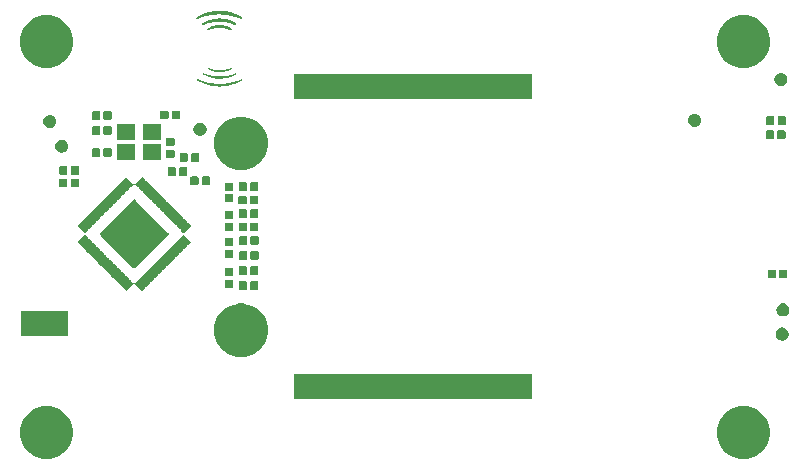
<source format=gbr>
G04 #@! TF.GenerationSoftware,KiCad,Pcbnew,(5.1.5)-3*
G04 #@! TF.CreationDate,2020-01-05T10:53:17-07:00*
G04 #@! TF.ProjectId,spi_control,7370695f-636f-46e7-9472-6f6c2e6b6963,A*
G04 #@! TF.SameCoordinates,Original*
G04 #@! TF.FileFunction,Soldermask,Top*
G04 #@! TF.FilePolarity,Negative*
%FSLAX46Y46*%
G04 Gerber Fmt 4.6, Leading zero omitted, Abs format (unit mm)*
G04 Created by KiCad (PCBNEW (5.1.5)-3) date 2020-01-05 10:53:17*
%MOMM*%
%LPD*%
G04 APERTURE LIST*
%ADD10C,0.101600*%
%ADD11C,0.127000*%
%ADD12C,0.100000*%
G04 APERTURE END LIST*
D10*
G36*
X129646927Y-93647110D02*
G01*
X129652066Y-93649060D01*
X129659261Y-93652054D01*
X129668013Y-93655881D01*
X129677823Y-93660330D01*
X129682096Y-93662315D01*
X129781134Y-93706920D01*
X129881283Y-93748628D01*
X129982615Y-93787458D01*
X130085204Y-93823427D01*
X130189123Y-93856551D01*
X130294443Y-93886847D01*
X130401237Y-93914333D01*
X130509578Y-93939026D01*
X130619538Y-93960942D01*
X130731191Y-93980100D01*
X130844609Y-93996515D01*
X130959863Y-94010206D01*
X131077028Y-94021189D01*
X131196175Y-94029482D01*
X131252806Y-94032451D01*
X131304698Y-94034553D01*
X131359285Y-94036121D01*
X131415917Y-94037157D01*
X131473946Y-94037663D01*
X131532722Y-94037638D01*
X131591595Y-94037085D01*
X131649916Y-94036004D01*
X131707036Y-94034397D01*
X131762306Y-94032264D01*
X131776893Y-94031595D01*
X131892404Y-94024783D01*
X132005826Y-94015401D01*
X132117315Y-94003410D01*
X132227030Y-93988773D01*
X132335129Y-93971452D01*
X132441769Y-93951409D01*
X132547108Y-93928607D01*
X132651304Y-93903009D01*
X132754515Y-93874575D01*
X132856898Y-93843270D01*
X132958612Y-93809055D01*
X133059814Y-93771892D01*
X133160662Y-93731744D01*
X133261314Y-93688574D01*
X133314079Y-93664710D01*
X133326790Y-93658903D01*
X133336817Y-93654435D01*
X133344525Y-93651166D01*
X133350276Y-93648956D01*
X133354434Y-93647666D01*
X133357362Y-93647155D01*
X133359374Y-93647273D01*
X133364998Y-93649953D01*
X133368398Y-93654501D01*
X133369381Y-93660073D01*
X133367752Y-93665824D01*
X133364575Y-93669863D01*
X133361886Y-93671805D01*
X133356572Y-93675185D01*
X133348973Y-93679810D01*
X133339427Y-93685482D01*
X133328277Y-93692006D01*
X133315861Y-93699188D01*
X133302521Y-93706830D01*
X133288596Y-93714738D01*
X133274426Y-93722716D01*
X133260352Y-93730569D01*
X133246713Y-93738100D01*
X133233850Y-93745114D01*
X133231466Y-93746403D01*
X133132665Y-93797798D01*
X133032578Y-93846083D01*
X132931272Y-93891238D01*
X132828812Y-93933244D01*
X132725265Y-93972084D01*
X132620698Y-94007738D01*
X132515176Y-94040187D01*
X132408766Y-94069413D01*
X132301534Y-94095397D01*
X132193548Y-94118120D01*
X132084872Y-94137564D01*
X131975574Y-94153709D01*
X131865719Y-94166538D01*
X131755375Y-94176031D01*
X131695613Y-94179764D01*
X131664296Y-94181261D01*
X131630691Y-94182502D01*
X131595478Y-94183479D01*
X131559335Y-94184185D01*
X131522943Y-94184613D01*
X131486980Y-94184756D01*
X131452126Y-94184607D01*
X131419059Y-94184158D01*
X131388460Y-94183403D01*
X131378960Y-94183083D01*
X131267081Y-94177389D01*
X131156091Y-94168433D01*
X131045934Y-94156204D01*
X130936556Y-94140693D01*
X130827901Y-94121890D01*
X130719915Y-94099785D01*
X130612543Y-94074367D01*
X130505730Y-94045628D01*
X130399422Y-94013558D01*
X130353646Y-93998673D01*
X130249889Y-93962421D01*
X130147020Y-93922920D01*
X130045149Y-93880219D01*
X129944382Y-93834366D01*
X129844828Y-93785406D01*
X129746595Y-93733389D01*
X129734733Y-93726850D01*
X129720154Y-93718728D01*
X129705745Y-93710605D01*
X129691832Y-93702671D01*
X129678743Y-93695121D01*
X129666807Y-93688145D01*
X129656351Y-93681936D01*
X129647701Y-93676686D01*
X129641187Y-93672587D01*
X129637135Y-93669833D01*
X129636096Y-93668981D01*
X129632850Y-93663631D01*
X129632576Y-93657627D01*
X129635256Y-93651904D01*
X129636443Y-93650569D01*
X129640353Y-93647700D01*
X129644159Y-93646418D01*
X129644342Y-93646413D01*
X129646927Y-93647110D01*
G37*
X129646927Y-93647110D02*
X129652066Y-93649060D01*
X129659261Y-93652054D01*
X129668013Y-93655881D01*
X129677823Y-93660330D01*
X129682096Y-93662315D01*
X129781134Y-93706920D01*
X129881283Y-93748628D01*
X129982615Y-93787458D01*
X130085204Y-93823427D01*
X130189123Y-93856551D01*
X130294443Y-93886847D01*
X130401237Y-93914333D01*
X130509578Y-93939026D01*
X130619538Y-93960942D01*
X130731191Y-93980100D01*
X130844609Y-93996515D01*
X130959863Y-94010206D01*
X131077028Y-94021189D01*
X131196175Y-94029482D01*
X131252806Y-94032451D01*
X131304698Y-94034553D01*
X131359285Y-94036121D01*
X131415917Y-94037157D01*
X131473946Y-94037663D01*
X131532722Y-94037638D01*
X131591595Y-94037085D01*
X131649916Y-94036004D01*
X131707036Y-94034397D01*
X131762306Y-94032264D01*
X131776893Y-94031595D01*
X131892404Y-94024783D01*
X132005826Y-94015401D01*
X132117315Y-94003410D01*
X132227030Y-93988773D01*
X132335129Y-93971452D01*
X132441769Y-93951409D01*
X132547108Y-93928607D01*
X132651304Y-93903009D01*
X132754515Y-93874575D01*
X132856898Y-93843270D01*
X132958612Y-93809055D01*
X133059814Y-93771892D01*
X133160662Y-93731744D01*
X133261314Y-93688574D01*
X133314079Y-93664710D01*
X133326790Y-93658903D01*
X133336817Y-93654435D01*
X133344525Y-93651166D01*
X133350276Y-93648956D01*
X133354434Y-93647666D01*
X133357362Y-93647155D01*
X133359374Y-93647273D01*
X133364998Y-93649953D01*
X133368398Y-93654501D01*
X133369381Y-93660073D01*
X133367752Y-93665824D01*
X133364575Y-93669863D01*
X133361886Y-93671805D01*
X133356572Y-93675185D01*
X133348973Y-93679810D01*
X133339427Y-93685482D01*
X133328277Y-93692006D01*
X133315861Y-93699188D01*
X133302521Y-93706830D01*
X133288596Y-93714738D01*
X133274426Y-93722716D01*
X133260352Y-93730569D01*
X133246713Y-93738100D01*
X133233850Y-93745114D01*
X133231466Y-93746403D01*
X133132665Y-93797798D01*
X133032578Y-93846083D01*
X132931272Y-93891238D01*
X132828812Y-93933244D01*
X132725265Y-93972084D01*
X132620698Y-94007738D01*
X132515176Y-94040187D01*
X132408766Y-94069413D01*
X132301534Y-94095397D01*
X132193548Y-94118120D01*
X132084872Y-94137564D01*
X131975574Y-94153709D01*
X131865719Y-94166538D01*
X131755375Y-94176031D01*
X131695613Y-94179764D01*
X131664296Y-94181261D01*
X131630691Y-94182502D01*
X131595478Y-94183479D01*
X131559335Y-94184185D01*
X131522943Y-94184613D01*
X131486980Y-94184756D01*
X131452126Y-94184607D01*
X131419059Y-94184158D01*
X131388460Y-94183403D01*
X131378960Y-94183083D01*
X131267081Y-94177389D01*
X131156091Y-94168433D01*
X131045934Y-94156204D01*
X130936556Y-94140693D01*
X130827901Y-94121890D01*
X130719915Y-94099785D01*
X130612543Y-94074367D01*
X130505730Y-94045628D01*
X130399422Y-94013558D01*
X130353646Y-93998673D01*
X130249889Y-93962421D01*
X130147020Y-93922920D01*
X130045149Y-93880219D01*
X129944382Y-93834366D01*
X129844828Y-93785406D01*
X129746595Y-93733389D01*
X129734733Y-93726850D01*
X129720154Y-93718728D01*
X129705745Y-93710605D01*
X129691832Y-93702671D01*
X129678743Y-93695121D01*
X129666807Y-93688145D01*
X129656351Y-93681936D01*
X129647701Y-93676686D01*
X129641187Y-93672587D01*
X129637135Y-93669833D01*
X129636096Y-93668981D01*
X129632850Y-93663631D01*
X129632576Y-93657627D01*
X129635256Y-93651904D01*
X129636443Y-93650569D01*
X129640353Y-93647700D01*
X129644159Y-93646418D01*
X129644342Y-93646413D01*
X129646927Y-93647110D01*
G36*
X130131186Y-93134013D02*
G01*
X130136059Y-93135910D01*
X130142994Y-93138814D01*
X130151488Y-93142512D01*
X130161036Y-93146791D01*
X130163459Y-93147895D01*
X130248873Y-93185319D01*
X130334937Y-93219790D01*
X130421842Y-93251361D01*
X130509776Y-93280084D01*
X130598929Y-93306013D01*
X130689490Y-93329199D01*
X130781650Y-93349697D01*
X130875596Y-93367559D01*
X130971519Y-93382838D01*
X131035213Y-93391434D01*
X131114811Y-93400394D01*
X131196811Y-93407613D01*
X131280707Y-93413084D01*
X131365993Y-93416803D01*
X131452163Y-93418765D01*
X131538710Y-93418962D01*
X131625130Y-93417390D01*
X131710915Y-93414044D01*
X131795560Y-93408918D01*
X131878559Y-93402006D01*
X131891193Y-93400779D01*
X131990308Y-93389425D01*
X132087858Y-93375121D01*
X132184015Y-93357818D01*
X132278957Y-93337470D01*
X132372858Y-93314031D01*
X132465894Y-93287453D01*
X132558239Y-93257690D01*
X132650070Y-93224695D01*
X132741561Y-93188420D01*
X132830501Y-93149898D01*
X132843418Y-93144127D01*
X132853634Y-93139741D01*
X132861501Y-93136665D01*
X132867374Y-93134823D01*
X132871606Y-93134138D01*
X132874549Y-93134533D01*
X132876558Y-93135934D01*
X132877986Y-93138262D01*
X132878511Y-93139535D01*
X132879259Y-93141724D01*
X132879558Y-93143714D01*
X132879165Y-93145683D01*
X132877839Y-93147808D01*
X132875336Y-93150268D01*
X132871415Y-93153239D01*
X132865834Y-93156900D01*
X132858350Y-93161426D01*
X132848721Y-93166997D01*
X132836705Y-93173789D01*
X132822060Y-93181980D01*
X132815881Y-93185426D01*
X132734213Y-93229058D01*
X132650617Y-93269988D01*
X132565307Y-93308141D01*
X132478495Y-93343439D01*
X132390395Y-93375805D01*
X132301219Y-93405162D01*
X132211181Y-93431434D01*
X132120495Y-93454543D01*
X132029372Y-93474412D01*
X131998720Y-93480343D01*
X131923224Y-93493412D01*
X131847883Y-93504335D01*
X131773162Y-93513063D01*
X131699528Y-93519547D01*
X131627449Y-93523738D01*
X131569460Y-93525435D01*
X131555862Y-93525655D01*
X131542936Y-93525881D01*
X131531184Y-93526102D01*
X131521110Y-93526309D01*
X131513217Y-93526492D01*
X131508010Y-93526640D01*
X131506806Y-93526687D01*
X131502883Y-93526756D01*
X131496051Y-93526758D01*
X131486787Y-93526697D01*
X131475568Y-93526577D01*
X131462871Y-93526405D01*
X131449174Y-93526184D01*
X131439920Y-93526015D01*
X131351980Y-93522816D01*
X131263539Y-93516536D01*
X131174305Y-93507153D01*
X131119033Y-93499849D01*
X131024231Y-93484663D01*
X130930273Y-93466199D01*
X130837196Y-93444470D01*
X130745040Y-93419487D01*
X130653841Y-93391263D01*
X130563640Y-93359810D01*
X130474474Y-93325139D01*
X130386382Y-93287263D01*
X130299401Y-93246194D01*
X130278293Y-93235661D01*
X130263168Y-93227962D01*
X130247381Y-93219798D01*
X130231255Y-93211346D01*
X130215112Y-93202781D01*
X130199274Y-93194282D01*
X130184064Y-93186023D01*
X130169803Y-93178182D01*
X130156814Y-93170934D01*
X130145418Y-93164457D01*
X130135939Y-93158926D01*
X130128699Y-93154519D01*
X130124019Y-93151412D01*
X130122930Y-93150567D01*
X130120460Y-93146597D01*
X130120327Y-93141810D01*
X130122155Y-93137296D01*
X130125567Y-93134146D01*
X130128879Y-93133333D01*
X130131186Y-93134013D01*
G37*
X130131186Y-93134013D02*
X130136059Y-93135910D01*
X130142994Y-93138814D01*
X130151488Y-93142512D01*
X130161036Y-93146791D01*
X130163459Y-93147895D01*
X130248873Y-93185319D01*
X130334937Y-93219790D01*
X130421842Y-93251361D01*
X130509776Y-93280084D01*
X130598929Y-93306013D01*
X130689490Y-93329199D01*
X130781650Y-93349697D01*
X130875596Y-93367559D01*
X130971519Y-93382838D01*
X131035213Y-93391434D01*
X131114811Y-93400394D01*
X131196811Y-93407613D01*
X131280707Y-93413084D01*
X131365993Y-93416803D01*
X131452163Y-93418765D01*
X131538710Y-93418962D01*
X131625130Y-93417390D01*
X131710915Y-93414044D01*
X131795560Y-93408918D01*
X131878559Y-93402006D01*
X131891193Y-93400779D01*
X131990308Y-93389425D01*
X132087858Y-93375121D01*
X132184015Y-93357818D01*
X132278957Y-93337470D01*
X132372858Y-93314031D01*
X132465894Y-93287453D01*
X132558239Y-93257690D01*
X132650070Y-93224695D01*
X132741561Y-93188420D01*
X132830501Y-93149898D01*
X132843418Y-93144127D01*
X132853634Y-93139741D01*
X132861501Y-93136665D01*
X132867374Y-93134823D01*
X132871606Y-93134138D01*
X132874549Y-93134533D01*
X132876558Y-93135934D01*
X132877986Y-93138262D01*
X132878511Y-93139535D01*
X132879259Y-93141724D01*
X132879558Y-93143714D01*
X132879165Y-93145683D01*
X132877839Y-93147808D01*
X132875336Y-93150268D01*
X132871415Y-93153239D01*
X132865834Y-93156900D01*
X132858350Y-93161426D01*
X132848721Y-93166997D01*
X132836705Y-93173789D01*
X132822060Y-93181980D01*
X132815881Y-93185426D01*
X132734213Y-93229058D01*
X132650617Y-93269988D01*
X132565307Y-93308141D01*
X132478495Y-93343439D01*
X132390395Y-93375805D01*
X132301219Y-93405162D01*
X132211181Y-93431434D01*
X132120495Y-93454543D01*
X132029372Y-93474412D01*
X131998720Y-93480343D01*
X131923224Y-93493412D01*
X131847883Y-93504335D01*
X131773162Y-93513063D01*
X131699528Y-93519547D01*
X131627449Y-93523738D01*
X131569460Y-93525435D01*
X131555862Y-93525655D01*
X131542936Y-93525881D01*
X131531184Y-93526102D01*
X131521110Y-93526309D01*
X131513217Y-93526492D01*
X131508010Y-93526640D01*
X131506806Y-93526687D01*
X131502883Y-93526756D01*
X131496051Y-93526758D01*
X131486787Y-93526697D01*
X131475568Y-93526577D01*
X131462871Y-93526405D01*
X131449174Y-93526184D01*
X131439920Y-93526015D01*
X131351980Y-93522816D01*
X131263539Y-93516536D01*
X131174305Y-93507153D01*
X131119033Y-93499849D01*
X131024231Y-93484663D01*
X130930273Y-93466199D01*
X130837196Y-93444470D01*
X130745040Y-93419487D01*
X130653841Y-93391263D01*
X130563640Y-93359810D01*
X130474474Y-93325139D01*
X130386382Y-93287263D01*
X130299401Y-93246194D01*
X130278293Y-93235661D01*
X130263168Y-93227962D01*
X130247381Y-93219798D01*
X130231255Y-93211346D01*
X130215112Y-93202781D01*
X130199274Y-93194282D01*
X130184064Y-93186023D01*
X130169803Y-93178182D01*
X130156814Y-93170934D01*
X130145418Y-93164457D01*
X130135939Y-93158926D01*
X130128699Y-93154519D01*
X130124019Y-93151412D01*
X130122930Y-93150567D01*
X130120460Y-93146597D01*
X130120327Y-93141810D01*
X130122155Y-93137296D01*
X130125567Y-93134146D01*
X130128879Y-93133333D01*
X130131186Y-93134013D01*
G36*
X132472770Y-92692422D02*
G01*
X132476334Y-92695371D01*
X132478153Y-92699907D01*
X132477933Y-92703226D01*
X132476009Y-92705307D01*
X132471309Y-92708681D01*
X132464120Y-92713198D01*
X132454728Y-92718707D01*
X132443421Y-92725061D01*
X132430486Y-92732107D01*
X132416211Y-92739697D01*
X132400882Y-92747680D01*
X132384787Y-92755906D01*
X132368213Y-92764226D01*
X132351448Y-92772490D01*
X132334778Y-92780547D01*
X132318490Y-92788248D01*
X132302872Y-92795443D01*
X132291666Y-92800463D01*
X132221462Y-92829847D01*
X132150054Y-92856544D01*
X132077695Y-92880499D01*
X132004637Y-92901652D01*
X131931134Y-92919947D01*
X131857437Y-92935327D01*
X131783801Y-92947733D01*
X131710477Y-92957108D01*
X131637719Y-92963395D01*
X131565780Y-92966536D01*
X131560993Y-92966633D01*
X131548499Y-92966877D01*
X131536682Y-92967128D01*
X131526100Y-92967372D01*
X131517311Y-92967596D01*
X131510872Y-92967787D01*
X131507653Y-92967913D01*
X131503790Y-92967987D01*
X131497059Y-92967977D01*
X131487975Y-92967891D01*
X131477057Y-92967734D01*
X131464820Y-92967513D01*
X131451782Y-92967235D01*
X131449233Y-92967176D01*
X131369707Y-92963612D01*
X131290304Y-92956697D01*
X131211165Y-92946467D01*
X131132430Y-92932955D01*
X131054239Y-92916199D01*
X130976732Y-92896233D01*
X130900051Y-92873092D01*
X130824334Y-92846812D01*
X130749724Y-92817429D01*
X130676360Y-92784977D01*
X130622886Y-92758974D01*
X130606752Y-92750741D01*
X130591249Y-92742685D01*
X130576667Y-92734966D01*
X130563294Y-92727745D01*
X130551420Y-92721181D01*
X130541334Y-92715436D01*
X130533324Y-92710670D01*
X130527681Y-92707043D01*
X130524692Y-92704715D01*
X130524354Y-92704290D01*
X130523554Y-92699792D01*
X130525382Y-92695384D01*
X130528135Y-92693026D01*
X130529775Y-92692702D01*
X130532518Y-92693114D01*
X130536724Y-92694389D01*
X130542753Y-92696660D01*
X130550966Y-92700055D01*
X130561724Y-92704705D01*
X130567391Y-92707197D01*
X130641018Y-92738029D01*
X130715592Y-92765921D01*
X130791252Y-92790907D01*
X130868135Y-92813018D01*
X130946380Y-92832290D01*
X131026123Y-92848754D01*
X131107503Y-92862445D01*
X131190658Y-92873394D01*
X131275726Y-92881636D01*
X131300220Y-92883485D01*
X131352027Y-92886576D01*
X131406235Y-92888714D01*
X131461990Y-92889900D01*
X131518444Y-92890133D01*
X131574745Y-92889413D01*
X131630042Y-92887741D01*
X131683485Y-92885117D01*
X131708313Y-92883512D01*
X131792091Y-92876243D01*
X131873975Y-92866275D01*
X131954185Y-92853557D01*
X132032944Y-92838033D01*
X132110473Y-92819650D01*
X132186995Y-92798353D01*
X132262731Y-92774090D01*
X132337904Y-92746805D01*
X132412735Y-92716445D01*
X132435135Y-92706736D01*
X132446185Y-92701974D01*
X132455833Y-92698008D01*
X132463687Y-92694988D01*
X132469354Y-92693062D01*
X132472443Y-92692380D01*
X132472770Y-92692422D01*
G37*
X132472770Y-92692422D02*
X132476334Y-92695371D01*
X132478153Y-92699907D01*
X132477933Y-92703226D01*
X132476009Y-92705307D01*
X132471309Y-92708681D01*
X132464120Y-92713198D01*
X132454728Y-92718707D01*
X132443421Y-92725061D01*
X132430486Y-92732107D01*
X132416211Y-92739697D01*
X132400882Y-92747680D01*
X132384787Y-92755906D01*
X132368213Y-92764226D01*
X132351448Y-92772490D01*
X132334778Y-92780547D01*
X132318490Y-92788248D01*
X132302872Y-92795443D01*
X132291666Y-92800463D01*
X132221462Y-92829847D01*
X132150054Y-92856544D01*
X132077695Y-92880499D01*
X132004637Y-92901652D01*
X131931134Y-92919947D01*
X131857437Y-92935327D01*
X131783801Y-92947733D01*
X131710477Y-92957108D01*
X131637719Y-92963395D01*
X131565780Y-92966536D01*
X131560993Y-92966633D01*
X131548499Y-92966877D01*
X131536682Y-92967128D01*
X131526100Y-92967372D01*
X131517311Y-92967596D01*
X131510872Y-92967787D01*
X131507653Y-92967913D01*
X131503790Y-92967987D01*
X131497059Y-92967977D01*
X131487975Y-92967891D01*
X131477057Y-92967734D01*
X131464820Y-92967513D01*
X131451782Y-92967235D01*
X131449233Y-92967176D01*
X131369707Y-92963612D01*
X131290304Y-92956697D01*
X131211165Y-92946467D01*
X131132430Y-92932955D01*
X131054239Y-92916199D01*
X130976732Y-92896233D01*
X130900051Y-92873092D01*
X130824334Y-92846812D01*
X130749724Y-92817429D01*
X130676360Y-92784977D01*
X130622886Y-92758974D01*
X130606752Y-92750741D01*
X130591249Y-92742685D01*
X130576667Y-92734966D01*
X130563294Y-92727745D01*
X130551420Y-92721181D01*
X130541334Y-92715436D01*
X130533324Y-92710670D01*
X130527681Y-92707043D01*
X130524692Y-92704715D01*
X130524354Y-92704290D01*
X130523554Y-92699792D01*
X130525382Y-92695384D01*
X130528135Y-92693026D01*
X130529775Y-92692702D01*
X130532518Y-92693114D01*
X130536724Y-92694389D01*
X130542753Y-92696660D01*
X130550966Y-92700055D01*
X130561724Y-92704705D01*
X130567391Y-92707197D01*
X130641018Y-92738029D01*
X130715592Y-92765921D01*
X130791252Y-92790907D01*
X130868135Y-92813018D01*
X130946380Y-92832290D01*
X131026123Y-92848754D01*
X131107503Y-92862445D01*
X131190658Y-92873394D01*
X131275726Y-92881636D01*
X131300220Y-92883485D01*
X131352027Y-92886576D01*
X131406235Y-92888714D01*
X131461990Y-92889900D01*
X131518444Y-92890133D01*
X131574745Y-92889413D01*
X131630042Y-92887741D01*
X131683485Y-92885117D01*
X131708313Y-92883512D01*
X131792091Y-92876243D01*
X131873975Y-92866275D01*
X131954185Y-92853557D01*
X132032944Y-92838033D01*
X132110473Y-92819650D01*
X132186995Y-92798353D01*
X132262731Y-92774090D01*
X132337904Y-92746805D01*
X132412735Y-92716445D01*
X132435135Y-92706736D01*
X132446185Y-92701974D01*
X132455833Y-92698008D01*
X132463687Y-92694988D01*
X132469354Y-92693062D01*
X132472443Y-92692380D01*
X132472770Y-92692422D01*
D11*
G36*
X131525173Y-89154889D02*
G01*
X131545703Y-89154974D01*
X131563789Y-89155133D01*
X131579899Y-89155385D01*
X131594505Y-89155748D01*
X131608078Y-89156241D01*
X131621087Y-89156880D01*
X131634004Y-89157684D01*
X131647298Y-89158672D01*
X131661441Y-89159860D01*
X131676903Y-89161268D01*
X131682066Y-89161754D01*
X131763221Y-89171135D01*
X131843674Y-89183827D01*
X131923373Y-89199815D01*
X132002267Y-89219087D01*
X132080303Y-89241628D01*
X132157431Y-89267426D01*
X132233597Y-89296466D01*
X132289193Y-89319983D01*
X132302697Y-89326062D01*
X132317587Y-89332983D01*
X132333507Y-89340562D01*
X132350099Y-89348618D01*
X132367006Y-89356968D01*
X132383873Y-89365429D01*
X132400342Y-89373819D01*
X132416056Y-89381956D01*
X132430658Y-89389657D01*
X132443792Y-89396739D01*
X132455101Y-89403020D01*
X132464228Y-89408318D01*
X132470816Y-89412450D01*
X132472975Y-89413968D01*
X132476146Y-89417121D01*
X132476612Y-89420247D01*
X132476410Y-89421009D01*
X132474423Y-89424339D01*
X132472712Y-89425599D01*
X132470391Y-89425252D01*
X132465566Y-89423673D01*
X132458794Y-89421076D01*
X132450635Y-89417672D01*
X132443687Y-89414601D01*
X132371969Y-89383944D01*
X132298240Y-89355941D01*
X132222637Y-89330629D01*
X132145298Y-89308043D01*
X132066358Y-89288218D01*
X131985954Y-89271189D01*
X131904222Y-89256993D01*
X131821299Y-89245665D01*
X131772660Y-89240417D01*
X131738824Y-89237293D01*
X131706431Y-89234679D01*
X131674803Y-89232545D01*
X131643268Y-89230860D01*
X131611149Y-89229593D01*
X131577772Y-89228714D01*
X131542462Y-89228192D01*
X131504543Y-89227996D01*
X131499186Y-89227992D01*
X131442717Y-89228382D01*
X131389044Y-89229586D01*
X131337669Y-89231642D01*
X131288091Y-89234589D01*
X131239811Y-89238465D01*
X131192329Y-89243307D01*
X131145147Y-89249153D01*
X131097763Y-89256042D01*
X131069080Y-89260683D01*
X130997751Y-89273823D01*
X130927970Y-89289102D01*
X130859285Y-89306658D01*
X130791245Y-89326630D01*
X130723398Y-89349154D01*
X130655293Y-89374371D01*
X130586478Y-89402417D01*
X130541135Y-89422238D01*
X130535517Y-89424754D01*
X130532168Y-89426064D01*
X130530232Y-89426273D01*
X130528857Y-89425489D01*
X130527334Y-89423965D01*
X130525463Y-89421855D01*
X130524597Y-89419919D01*
X130525017Y-89417904D01*
X130527004Y-89415558D01*
X130530839Y-89412631D01*
X130536802Y-89408870D01*
X130545175Y-89404024D01*
X130556237Y-89397840D01*
X130556846Y-89397502D01*
X130628368Y-89359762D01*
X130701318Y-89325072D01*
X130775585Y-89293468D01*
X130851057Y-89264988D01*
X130927624Y-89239666D01*
X131005175Y-89217540D01*
X131083599Y-89198645D01*
X131162785Y-89183019D01*
X131242622Y-89170697D01*
X131252806Y-89169370D01*
X131276911Y-89166368D01*
X131298989Y-89163794D01*
X131319569Y-89161618D01*
X131339175Y-89159810D01*
X131358333Y-89158338D01*
X131377571Y-89157173D01*
X131397413Y-89156283D01*
X131418387Y-89155638D01*
X131441018Y-89155208D01*
X131465832Y-89154960D01*
X131493356Y-89154866D01*
X131501726Y-89154863D01*
X131525173Y-89154889D01*
G37*
X131525173Y-89154889D02*
X131545703Y-89154974D01*
X131563789Y-89155133D01*
X131579899Y-89155385D01*
X131594505Y-89155748D01*
X131608078Y-89156241D01*
X131621087Y-89156880D01*
X131634004Y-89157684D01*
X131647298Y-89158672D01*
X131661441Y-89159860D01*
X131676903Y-89161268D01*
X131682066Y-89161754D01*
X131763221Y-89171135D01*
X131843674Y-89183827D01*
X131923373Y-89199815D01*
X132002267Y-89219087D01*
X132080303Y-89241628D01*
X132157431Y-89267426D01*
X132233597Y-89296466D01*
X132289193Y-89319983D01*
X132302697Y-89326062D01*
X132317587Y-89332983D01*
X132333507Y-89340562D01*
X132350099Y-89348618D01*
X132367006Y-89356968D01*
X132383873Y-89365429D01*
X132400342Y-89373819D01*
X132416056Y-89381956D01*
X132430658Y-89389657D01*
X132443792Y-89396739D01*
X132455101Y-89403020D01*
X132464228Y-89408318D01*
X132470816Y-89412450D01*
X132472975Y-89413968D01*
X132476146Y-89417121D01*
X132476612Y-89420247D01*
X132476410Y-89421009D01*
X132474423Y-89424339D01*
X132472712Y-89425599D01*
X132470391Y-89425252D01*
X132465566Y-89423673D01*
X132458794Y-89421076D01*
X132450635Y-89417672D01*
X132443687Y-89414601D01*
X132371969Y-89383944D01*
X132298240Y-89355941D01*
X132222637Y-89330629D01*
X132145298Y-89308043D01*
X132066358Y-89288218D01*
X131985954Y-89271189D01*
X131904222Y-89256993D01*
X131821299Y-89245665D01*
X131772660Y-89240417D01*
X131738824Y-89237293D01*
X131706431Y-89234679D01*
X131674803Y-89232545D01*
X131643268Y-89230860D01*
X131611149Y-89229593D01*
X131577772Y-89228714D01*
X131542462Y-89228192D01*
X131504543Y-89227996D01*
X131499186Y-89227992D01*
X131442717Y-89228382D01*
X131389044Y-89229586D01*
X131337669Y-89231642D01*
X131288091Y-89234589D01*
X131239811Y-89238465D01*
X131192329Y-89243307D01*
X131145147Y-89249153D01*
X131097763Y-89256042D01*
X131069080Y-89260683D01*
X130997751Y-89273823D01*
X130927970Y-89289102D01*
X130859285Y-89306658D01*
X130791245Y-89326630D01*
X130723398Y-89349154D01*
X130655293Y-89374371D01*
X130586478Y-89402417D01*
X130541135Y-89422238D01*
X130535517Y-89424754D01*
X130532168Y-89426064D01*
X130530232Y-89426273D01*
X130528857Y-89425489D01*
X130527334Y-89423965D01*
X130525463Y-89421855D01*
X130524597Y-89419919D01*
X130525017Y-89417904D01*
X130527004Y-89415558D01*
X130530839Y-89412631D01*
X130536802Y-89408870D01*
X130545175Y-89404024D01*
X130556237Y-89397840D01*
X130556846Y-89397502D01*
X130628368Y-89359762D01*
X130701318Y-89325072D01*
X130775585Y-89293468D01*
X130851057Y-89264988D01*
X130927624Y-89239666D01*
X131005175Y-89217540D01*
X131083599Y-89198645D01*
X131162785Y-89183019D01*
X131242622Y-89170697D01*
X131252806Y-89169370D01*
X131276911Y-89166368D01*
X131298989Y-89163794D01*
X131319569Y-89161618D01*
X131339175Y-89159810D01*
X131358333Y-89158338D01*
X131377571Y-89157173D01*
X131397413Y-89156283D01*
X131418387Y-89155638D01*
X131441018Y-89155208D01*
X131465832Y-89154960D01*
X131493356Y-89154866D01*
X131501726Y-89154863D01*
X131525173Y-89154889D01*
G36*
X131531147Y-88594435D02*
G01*
X131555104Y-88594532D01*
X131576598Y-88594710D01*
X131596090Y-88594987D01*
X131614042Y-88595382D01*
X131630916Y-88595914D01*
X131647174Y-88596603D01*
X131663277Y-88597467D01*
X131679686Y-88598525D01*
X131696865Y-88599797D01*
X131715273Y-88601300D01*
X131735373Y-88603055D01*
X131752340Y-88604593D01*
X131846393Y-88614917D01*
X131940055Y-88628583D01*
X132033221Y-88645560D01*
X132125789Y-88665815D01*
X132217654Y-88689316D01*
X132308715Y-88716032D01*
X132398867Y-88745930D01*
X132488007Y-88778978D01*
X132576033Y-88815145D01*
X132662842Y-88854399D01*
X132748329Y-88896706D01*
X132821680Y-88936047D01*
X132836622Y-88944382D01*
X132848856Y-88951279D01*
X132858652Y-88956911D01*
X132866278Y-88961456D01*
X132872004Y-88965088D01*
X132876098Y-88967984D01*
X132878830Y-88970318D01*
X132880469Y-88972268D01*
X132881284Y-88974007D01*
X132881496Y-88975079D01*
X132880789Y-88980077D01*
X132878058Y-88984185D01*
X132874130Y-88986280D01*
X132873190Y-88986360D01*
X132870740Y-88985669D01*
X132865788Y-88983752D01*
X132858885Y-88980841D01*
X132850585Y-88977168D01*
X132842549Y-88973484D01*
X132758085Y-88935963D01*
X132671635Y-88901150D01*
X132583270Y-88869065D01*
X132493059Y-88839725D01*
X132401074Y-88813147D01*
X132307385Y-88789351D01*
X132212063Y-88768354D01*
X132115177Y-88750174D01*
X132016799Y-88734830D01*
X131916999Y-88722339D01*
X131829386Y-88713833D01*
X131796793Y-88711195D01*
X131765703Y-88708917D01*
X131735588Y-88706979D01*
X131705918Y-88705360D01*
X131676165Y-88704041D01*
X131645798Y-88703000D01*
X131614289Y-88702218D01*
X131581108Y-88701675D01*
X131545726Y-88701351D01*
X131507613Y-88701225D01*
X131498340Y-88701222D01*
X131450963Y-88701390D01*
X131406436Y-88701891D01*
X131364234Y-88702752D01*
X131323834Y-88703995D01*
X131284713Y-88705645D01*
X131246346Y-88707727D01*
X131208211Y-88710265D01*
X131169784Y-88713284D01*
X131130541Y-88716807D01*
X131100406Y-88719781D01*
X130999649Y-88731715D01*
X130900103Y-88746809D01*
X130801738Y-88765069D01*
X130704522Y-88786506D01*
X130608425Y-88811126D01*
X130513416Y-88838939D01*
X130419464Y-88869953D01*
X130326538Y-88904175D01*
X130234608Y-88941616D01*
X130160740Y-88974358D01*
X130151922Y-88978337D01*
X130144031Y-88981759D01*
X130137640Y-88984386D01*
X130133320Y-88985982D01*
X130131793Y-88986360D01*
X130128503Y-88985180D01*
X130126155Y-88983263D01*
X130123748Y-88978537D01*
X130123788Y-88973339D01*
X130126259Y-88969080D01*
X130126316Y-88969029D01*
X130128629Y-88967439D01*
X130133415Y-88964478D01*
X130140193Y-88960431D01*
X130148483Y-88955583D01*
X130157806Y-88950220D01*
X130161102Y-88948343D01*
X130245522Y-88902341D01*
X130331362Y-88859395D01*
X130418543Y-88819535D01*
X130506987Y-88782793D01*
X130596614Y-88749199D01*
X130687347Y-88718784D01*
X130779107Y-88691580D01*
X130871814Y-88667617D01*
X130883843Y-88664762D01*
X130977065Y-88644565D01*
X131070571Y-88627702D01*
X131164258Y-88614189D01*
X131258028Y-88604041D01*
X131290906Y-88601282D01*
X131308851Y-88599910D01*
X131324997Y-88598730D01*
X131339784Y-88597729D01*
X131353651Y-88596891D01*
X131367037Y-88596204D01*
X131380382Y-88595652D01*
X131394124Y-88595222D01*
X131408704Y-88594899D01*
X131424561Y-88594670D01*
X131442134Y-88594520D01*
X131461862Y-88594434D01*
X131484185Y-88594400D01*
X131504266Y-88594399D01*
X131531147Y-88594435D01*
G37*
X131531147Y-88594435D02*
X131555104Y-88594532D01*
X131576598Y-88594710D01*
X131596090Y-88594987D01*
X131614042Y-88595382D01*
X131630916Y-88595914D01*
X131647174Y-88596603D01*
X131663277Y-88597467D01*
X131679686Y-88598525D01*
X131696865Y-88599797D01*
X131715273Y-88601300D01*
X131735373Y-88603055D01*
X131752340Y-88604593D01*
X131846393Y-88614917D01*
X131940055Y-88628583D01*
X132033221Y-88645560D01*
X132125789Y-88665815D01*
X132217654Y-88689316D01*
X132308715Y-88716032D01*
X132398867Y-88745930D01*
X132488007Y-88778978D01*
X132576033Y-88815145D01*
X132662842Y-88854399D01*
X132748329Y-88896706D01*
X132821680Y-88936047D01*
X132836622Y-88944382D01*
X132848856Y-88951279D01*
X132858652Y-88956911D01*
X132866278Y-88961456D01*
X132872004Y-88965088D01*
X132876098Y-88967984D01*
X132878830Y-88970318D01*
X132880469Y-88972268D01*
X132881284Y-88974007D01*
X132881496Y-88975079D01*
X132880789Y-88980077D01*
X132878058Y-88984185D01*
X132874130Y-88986280D01*
X132873190Y-88986360D01*
X132870740Y-88985669D01*
X132865788Y-88983752D01*
X132858885Y-88980841D01*
X132850585Y-88977168D01*
X132842549Y-88973484D01*
X132758085Y-88935963D01*
X132671635Y-88901150D01*
X132583270Y-88869065D01*
X132493059Y-88839725D01*
X132401074Y-88813147D01*
X132307385Y-88789351D01*
X132212063Y-88768354D01*
X132115177Y-88750174D01*
X132016799Y-88734830D01*
X131916999Y-88722339D01*
X131829386Y-88713833D01*
X131796793Y-88711195D01*
X131765703Y-88708917D01*
X131735588Y-88706979D01*
X131705918Y-88705360D01*
X131676165Y-88704041D01*
X131645798Y-88703000D01*
X131614289Y-88702218D01*
X131581108Y-88701675D01*
X131545726Y-88701351D01*
X131507613Y-88701225D01*
X131498340Y-88701222D01*
X131450963Y-88701390D01*
X131406436Y-88701891D01*
X131364234Y-88702752D01*
X131323834Y-88703995D01*
X131284713Y-88705645D01*
X131246346Y-88707727D01*
X131208211Y-88710265D01*
X131169784Y-88713284D01*
X131130541Y-88716807D01*
X131100406Y-88719781D01*
X130999649Y-88731715D01*
X130900103Y-88746809D01*
X130801738Y-88765069D01*
X130704522Y-88786506D01*
X130608425Y-88811126D01*
X130513416Y-88838939D01*
X130419464Y-88869953D01*
X130326538Y-88904175D01*
X130234608Y-88941616D01*
X130160740Y-88974358D01*
X130151922Y-88978337D01*
X130144031Y-88981759D01*
X130137640Y-88984386D01*
X130133320Y-88985982D01*
X130131793Y-88986360D01*
X130128503Y-88985180D01*
X130126155Y-88983263D01*
X130123748Y-88978537D01*
X130123788Y-88973339D01*
X130126259Y-88969080D01*
X130126316Y-88969029D01*
X130128629Y-88967439D01*
X130133415Y-88964478D01*
X130140193Y-88960431D01*
X130148483Y-88955583D01*
X130157806Y-88950220D01*
X130161102Y-88948343D01*
X130245522Y-88902341D01*
X130331362Y-88859395D01*
X130418543Y-88819535D01*
X130506987Y-88782793D01*
X130596614Y-88749199D01*
X130687347Y-88718784D01*
X130779107Y-88691580D01*
X130871814Y-88667617D01*
X130883843Y-88664762D01*
X130977065Y-88644565D01*
X131070571Y-88627702D01*
X131164258Y-88614189D01*
X131258028Y-88604041D01*
X131290906Y-88601282D01*
X131308851Y-88599910D01*
X131324997Y-88598730D01*
X131339784Y-88597729D01*
X131353651Y-88596891D01*
X131367037Y-88596204D01*
X131380382Y-88595652D01*
X131394124Y-88595222D01*
X131408704Y-88594899D01*
X131424561Y-88594670D01*
X131442134Y-88594520D01*
X131461862Y-88594434D01*
X131484185Y-88594400D01*
X131504266Y-88594399D01*
X131531147Y-88594435D01*
G36*
X131559168Y-87935381D02*
G01*
X131669117Y-87938841D01*
X131779141Y-87945651D01*
X131889172Y-87955827D01*
X131941993Y-87961914D01*
X132051558Y-87977053D01*
X132160527Y-87995512D01*
X132268823Y-88017265D01*
X132376368Y-88042286D01*
X132483082Y-88070548D01*
X132588889Y-88102024D01*
X132693710Y-88136688D01*
X132797466Y-88174514D01*
X132900080Y-88215475D01*
X133001473Y-88259544D01*
X133101567Y-88306695D01*
X133200283Y-88356901D01*
X133297545Y-88410137D01*
X133344539Y-88437255D01*
X133352314Y-88441958D01*
X133359082Y-88446310D01*
X133364275Y-88449928D01*
X133367323Y-88452425D01*
X133367822Y-88453039D01*
X133369320Y-88459026D01*
X133367970Y-88464901D01*
X133364209Y-88469729D01*
X133358673Y-88472532D01*
X133356227Y-88472364D01*
X133351778Y-88471037D01*
X133345106Y-88468465D01*
X133335992Y-88464560D01*
X133324217Y-88459232D01*
X133316255Y-88455538D01*
X133214635Y-88409896D01*
X133111550Y-88367246D01*
X133006984Y-88327584D01*
X132900919Y-88290905D01*
X132793338Y-88257207D01*
X132684223Y-88226484D01*
X132573558Y-88198732D01*
X132461324Y-88173947D01*
X132347506Y-88152125D01*
X132232085Y-88133262D01*
X132115044Y-88117354D01*
X131996366Y-88104396D01*
X131876035Y-88094384D01*
X131803986Y-88089843D01*
X131783464Y-88088714D01*
X131764651Y-88087715D01*
X131747199Y-88086838D01*
X131730759Y-88086075D01*
X131714985Y-88085418D01*
X131699528Y-88084859D01*
X131684039Y-88084391D01*
X131668172Y-88084006D01*
X131651577Y-88083696D01*
X131633907Y-88083454D01*
X131614813Y-88083270D01*
X131593948Y-88083139D01*
X131570963Y-88083051D01*
X131545511Y-88082999D01*
X131517243Y-88082975D01*
X131497493Y-88082971D01*
X131466425Y-88082982D01*
X131438393Y-88083020D01*
X131413050Y-88083094D01*
X131390045Y-88083211D01*
X131369030Y-88083379D01*
X131349653Y-88083606D01*
X131331567Y-88083898D01*
X131314422Y-88084265D01*
X131297869Y-88084713D01*
X131281557Y-88085250D01*
X131265138Y-88085885D01*
X131248262Y-88086623D01*
X131230581Y-88087475D01*
X131211743Y-88088446D01*
X131191401Y-88089544D01*
X131186766Y-88089800D01*
X131072407Y-88097431D01*
X130960168Y-88107595D01*
X130849872Y-88120333D01*
X130741342Y-88135688D01*
X130634401Y-88153705D01*
X130528871Y-88174425D01*
X130424577Y-88197892D01*
X130321340Y-88224149D01*
X130218984Y-88253239D01*
X130117332Y-88285206D01*
X130016207Y-88320091D01*
X129915431Y-88357939D01*
X129814827Y-88398792D01*
X129714220Y-88442693D01*
X129689346Y-88454012D01*
X129678218Y-88459082D01*
X129668049Y-88463649D01*
X129659259Y-88467530D01*
X129652265Y-88470542D01*
X129647488Y-88472502D01*
X129645346Y-88473227D01*
X129645319Y-88473228D01*
X129642311Y-88472396D01*
X129639906Y-88471234D01*
X129634693Y-88466662D01*
X129632382Y-88460935D01*
X129633182Y-88454691D01*
X129633968Y-88452981D01*
X129635872Y-88451253D01*
X129640280Y-88448139D01*
X129646751Y-88443925D01*
X129654843Y-88438895D01*
X129664113Y-88433332D01*
X129669105Y-88430408D01*
X129766265Y-88375910D01*
X129864705Y-88324513D01*
X129964358Y-88276233D01*
X130065158Y-88231083D01*
X130167036Y-88189077D01*
X130269927Y-88150228D01*
X130373763Y-88114552D01*
X130478477Y-88082060D01*
X130584002Y-88052768D01*
X130690271Y-88026689D01*
X130797217Y-88003836D01*
X130904774Y-87984225D01*
X131012873Y-87967867D01*
X131121448Y-87954778D01*
X131230432Y-87944972D01*
X131339758Y-87938460D01*
X131449359Y-87935259D01*
X131559168Y-87935381D01*
G37*
X131559168Y-87935381D02*
X131669117Y-87938841D01*
X131779141Y-87945651D01*
X131889172Y-87955827D01*
X131941993Y-87961914D01*
X132051558Y-87977053D01*
X132160527Y-87995512D01*
X132268823Y-88017265D01*
X132376368Y-88042286D01*
X132483082Y-88070548D01*
X132588889Y-88102024D01*
X132693710Y-88136688D01*
X132797466Y-88174514D01*
X132900080Y-88215475D01*
X133001473Y-88259544D01*
X133101567Y-88306695D01*
X133200283Y-88356901D01*
X133297545Y-88410137D01*
X133344539Y-88437255D01*
X133352314Y-88441958D01*
X133359082Y-88446310D01*
X133364275Y-88449928D01*
X133367323Y-88452425D01*
X133367822Y-88453039D01*
X133369320Y-88459026D01*
X133367970Y-88464901D01*
X133364209Y-88469729D01*
X133358673Y-88472532D01*
X133356227Y-88472364D01*
X133351778Y-88471037D01*
X133345106Y-88468465D01*
X133335992Y-88464560D01*
X133324217Y-88459232D01*
X133316255Y-88455538D01*
X133214635Y-88409896D01*
X133111550Y-88367246D01*
X133006984Y-88327584D01*
X132900919Y-88290905D01*
X132793338Y-88257207D01*
X132684223Y-88226484D01*
X132573558Y-88198732D01*
X132461324Y-88173947D01*
X132347506Y-88152125D01*
X132232085Y-88133262D01*
X132115044Y-88117354D01*
X131996366Y-88104396D01*
X131876035Y-88094384D01*
X131803986Y-88089843D01*
X131783464Y-88088714D01*
X131764651Y-88087715D01*
X131747199Y-88086838D01*
X131730759Y-88086075D01*
X131714985Y-88085418D01*
X131699528Y-88084859D01*
X131684039Y-88084391D01*
X131668172Y-88084006D01*
X131651577Y-88083696D01*
X131633907Y-88083454D01*
X131614813Y-88083270D01*
X131593948Y-88083139D01*
X131570963Y-88083051D01*
X131545511Y-88082999D01*
X131517243Y-88082975D01*
X131497493Y-88082971D01*
X131466425Y-88082982D01*
X131438393Y-88083020D01*
X131413050Y-88083094D01*
X131390045Y-88083211D01*
X131369030Y-88083379D01*
X131349653Y-88083606D01*
X131331567Y-88083898D01*
X131314422Y-88084265D01*
X131297869Y-88084713D01*
X131281557Y-88085250D01*
X131265138Y-88085885D01*
X131248262Y-88086623D01*
X131230581Y-88087475D01*
X131211743Y-88088446D01*
X131191401Y-88089544D01*
X131186766Y-88089800D01*
X131072407Y-88097431D01*
X130960168Y-88107595D01*
X130849872Y-88120333D01*
X130741342Y-88135688D01*
X130634401Y-88153705D01*
X130528871Y-88174425D01*
X130424577Y-88197892D01*
X130321340Y-88224149D01*
X130218984Y-88253239D01*
X130117332Y-88285206D01*
X130016207Y-88320091D01*
X129915431Y-88357939D01*
X129814827Y-88398792D01*
X129714220Y-88442693D01*
X129689346Y-88454012D01*
X129678218Y-88459082D01*
X129668049Y-88463649D01*
X129659259Y-88467530D01*
X129652265Y-88470542D01*
X129647488Y-88472502D01*
X129645346Y-88473227D01*
X129645319Y-88473228D01*
X129642311Y-88472396D01*
X129639906Y-88471234D01*
X129634693Y-88466662D01*
X129632382Y-88460935D01*
X129633182Y-88454691D01*
X129633968Y-88452981D01*
X129635872Y-88451253D01*
X129640280Y-88448139D01*
X129646751Y-88443925D01*
X129654843Y-88438895D01*
X129664113Y-88433332D01*
X129669105Y-88430408D01*
X129766265Y-88375910D01*
X129864705Y-88324513D01*
X129964358Y-88276233D01*
X130065158Y-88231083D01*
X130167036Y-88189077D01*
X130269927Y-88150228D01*
X130373763Y-88114552D01*
X130478477Y-88082060D01*
X130584002Y-88052768D01*
X130690271Y-88026689D01*
X130797217Y-88003836D01*
X130904774Y-87984225D01*
X131012873Y-87967867D01*
X131121448Y-87954778D01*
X131230432Y-87944972D01*
X131339758Y-87938460D01*
X131449359Y-87935259D01*
X131559168Y-87935381D01*
D12*
G36*
X176155880Y-121330776D02*
G01*
X176536593Y-121406504D01*
X176946249Y-121576189D01*
X177314929Y-121822534D01*
X177628466Y-122136071D01*
X177874811Y-122504751D01*
X178044496Y-122914407D01*
X178131000Y-123349296D01*
X178131000Y-123792704D01*
X178044496Y-124227593D01*
X177874811Y-124637249D01*
X177628466Y-125005929D01*
X177314929Y-125319466D01*
X176946249Y-125565811D01*
X176536593Y-125735496D01*
X176155880Y-125811224D01*
X176101705Y-125822000D01*
X175658295Y-125822000D01*
X175604120Y-125811224D01*
X175223407Y-125735496D01*
X174813751Y-125565811D01*
X174445071Y-125319466D01*
X174131534Y-125005929D01*
X173885189Y-124637249D01*
X173715504Y-124227593D01*
X173629000Y-123792704D01*
X173629000Y-123349296D01*
X173715504Y-122914407D01*
X173885189Y-122504751D01*
X174131534Y-122136071D01*
X174445071Y-121822534D01*
X174813751Y-121576189D01*
X175223407Y-121406504D01*
X175604120Y-121330776D01*
X175658295Y-121320000D01*
X176101705Y-121320000D01*
X176155880Y-121330776D01*
G37*
G36*
X117155880Y-121330776D02*
G01*
X117536593Y-121406504D01*
X117946249Y-121576189D01*
X118314929Y-121822534D01*
X118628466Y-122136071D01*
X118874811Y-122504751D01*
X119044496Y-122914407D01*
X119131000Y-123349296D01*
X119131000Y-123792704D01*
X119044496Y-124227593D01*
X118874811Y-124637249D01*
X118628466Y-125005929D01*
X118314929Y-125319466D01*
X117946249Y-125565811D01*
X117536593Y-125735496D01*
X117155880Y-125811224D01*
X117101705Y-125822000D01*
X116658295Y-125822000D01*
X116604120Y-125811224D01*
X116223407Y-125735496D01*
X115813751Y-125565811D01*
X115445071Y-125319466D01*
X115131534Y-125005929D01*
X114885189Y-124637249D01*
X114715504Y-124227593D01*
X114629000Y-123792704D01*
X114629000Y-123349296D01*
X114715504Y-122914407D01*
X114885189Y-122504751D01*
X115131534Y-122136071D01*
X115445071Y-121822534D01*
X115813751Y-121576189D01*
X116223407Y-121406504D01*
X116604120Y-121330776D01*
X116658295Y-121320000D01*
X117101705Y-121320000D01*
X117155880Y-121330776D01*
G37*
G36*
X158031000Y-120685000D02*
G01*
X137879000Y-120685000D01*
X137879000Y-118583000D01*
X158031000Y-118583000D01*
X158031000Y-120685000D01*
G37*
G36*
X133625880Y-112650776D02*
G01*
X134006593Y-112726504D01*
X134416249Y-112896189D01*
X134784929Y-113142534D01*
X135098466Y-113456071D01*
X135344811Y-113824751D01*
X135514496Y-114234407D01*
X135601000Y-114669296D01*
X135601000Y-115112704D01*
X135514496Y-115547593D01*
X135344811Y-115957249D01*
X135098466Y-116325929D01*
X134784929Y-116639466D01*
X134416249Y-116885811D01*
X134006593Y-117055496D01*
X133625880Y-117131224D01*
X133571705Y-117142000D01*
X133128295Y-117142000D01*
X133074120Y-117131224D01*
X132693407Y-117055496D01*
X132283751Y-116885811D01*
X131915071Y-116639466D01*
X131601534Y-116325929D01*
X131355189Y-115957249D01*
X131185504Y-115547593D01*
X131099000Y-115112704D01*
X131099000Y-114669296D01*
X131185504Y-114234407D01*
X131355189Y-113824751D01*
X131601534Y-113456071D01*
X131915071Y-113142534D01*
X132283751Y-112896189D01*
X132693407Y-112726504D01*
X133074120Y-112650776D01*
X133128295Y-112640000D01*
X133571705Y-112640000D01*
X133625880Y-112650776D01*
G37*
G36*
X179332321Y-114693874D02*
G01*
X179432595Y-114735409D01*
X179432596Y-114735410D01*
X179522842Y-114795710D01*
X179599590Y-114872458D01*
X179599591Y-114872460D01*
X179659891Y-114962705D01*
X179701426Y-115062979D01*
X179722600Y-115169430D01*
X179722600Y-115277970D01*
X179701426Y-115384421D01*
X179659891Y-115484695D01*
X179659890Y-115484696D01*
X179599590Y-115574942D01*
X179522842Y-115651690D01*
X179515305Y-115656726D01*
X179432595Y-115711991D01*
X179332321Y-115753526D01*
X179225870Y-115774700D01*
X179117330Y-115774700D01*
X179010879Y-115753526D01*
X178910605Y-115711991D01*
X178827895Y-115656726D01*
X178820358Y-115651690D01*
X178743610Y-115574942D01*
X178683310Y-115484696D01*
X178683309Y-115484695D01*
X178641774Y-115384421D01*
X178620600Y-115277970D01*
X178620600Y-115169430D01*
X178641774Y-115062979D01*
X178683309Y-114962705D01*
X178743609Y-114872460D01*
X178743610Y-114872458D01*
X178820358Y-114795710D01*
X178910604Y-114735410D01*
X178910605Y-114735409D01*
X179010879Y-114693874D01*
X179117330Y-114672700D01*
X179225870Y-114672700D01*
X179332321Y-114693874D01*
G37*
G36*
X118664000Y-115351000D02*
G01*
X114762000Y-115351000D01*
X114762000Y-113249000D01*
X118664000Y-113249000D01*
X118664000Y-115351000D01*
G37*
G36*
X179396321Y-112639374D02*
G01*
X179496595Y-112680909D01*
X179496596Y-112680910D01*
X179586842Y-112741210D01*
X179663590Y-112817958D01*
X179663591Y-112817960D01*
X179723891Y-112908205D01*
X179765426Y-113008479D01*
X179786600Y-113114930D01*
X179786600Y-113223470D01*
X179765426Y-113329921D01*
X179723891Y-113430195D01*
X179723890Y-113430196D01*
X179663590Y-113520442D01*
X179586842Y-113597190D01*
X179542841Y-113626590D01*
X179496595Y-113657491D01*
X179396321Y-113699026D01*
X179289870Y-113720200D01*
X179181330Y-113720200D01*
X179074879Y-113699026D01*
X178974605Y-113657491D01*
X178928359Y-113626590D01*
X178884358Y-113597190D01*
X178807610Y-113520442D01*
X178747310Y-113430196D01*
X178747309Y-113430195D01*
X178705774Y-113329921D01*
X178684600Y-113223470D01*
X178684600Y-113114930D01*
X178705774Y-113008479D01*
X178747309Y-112908205D01*
X178807609Y-112817960D01*
X178807610Y-112817958D01*
X178884358Y-112741210D01*
X178974604Y-112680910D01*
X178974605Y-112680909D01*
X179074879Y-112639374D01*
X179181330Y-112618200D01*
X179289870Y-112618200D01*
X179396321Y-112639374D01*
G37*
G36*
X125014259Y-101925165D02*
G01*
X125018933Y-101926583D01*
X125023235Y-101928882D01*
X125031774Y-101935890D01*
X125235936Y-102140052D01*
X125242944Y-102148591D01*
X125245243Y-102152893D01*
X125246661Y-102157567D01*
X125247469Y-102165769D01*
X125252251Y-102189802D01*
X125261629Y-102212441D01*
X125275243Y-102232815D01*
X125292571Y-102250141D01*
X125312945Y-102263754D01*
X125335584Y-102273131D01*
X125359610Y-102277910D01*
X125367812Y-102278718D01*
X125372486Y-102280136D01*
X125376788Y-102282435D01*
X125385327Y-102289443D01*
X125589489Y-102493605D01*
X125596497Y-102502144D01*
X125598796Y-102506446D01*
X125600214Y-102511120D01*
X125601022Y-102519322D01*
X125605803Y-102543356D01*
X125615181Y-102565994D01*
X125628796Y-102586368D01*
X125646123Y-102603695D01*
X125666498Y-102617308D01*
X125689137Y-102626685D01*
X125713164Y-102631464D01*
X125721366Y-102632272D01*
X125726040Y-102633690D01*
X125730342Y-102635989D01*
X125738881Y-102642997D01*
X125943043Y-102847159D01*
X125950051Y-102855698D01*
X125952350Y-102860000D01*
X125953768Y-102864674D01*
X125954576Y-102872876D01*
X125959358Y-102896909D01*
X125968736Y-102919548D01*
X125982350Y-102939922D01*
X125999678Y-102957248D01*
X126020052Y-102970861D01*
X126042691Y-102980238D01*
X126066717Y-102985017D01*
X126074919Y-102985825D01*
X126079593Y-102987243D01*
X126083895Y-102989542D01*
X126092434Y-102996550D01*
X126296596Y-103200712D01*
X126303604Y-103209251D01*
X126305903Y-103213553D01*
X126307321Y-103218227D01*
X126308129Y-103226429D01*
X126312910Y-103250463D01*
X126322288Y-103273101D01*
X126335903Y-103293475D01*
X126353230Y-103310802D01*
X126373605Y-103324415D01*
X126396244Y-103333792D01*
X126420270Y-103338571D01*
X126428472Y-103339379D01*
X126433146Y-103340797D01*
X126437448Y-103343096D01*
X126445987Y-103350104D01*
X126650149Y-103554266D01*
X126657157Y-103562805D01*
X126659456Y-103567107D01*
X126660874Y-103571781D01*
X126661682Y-103579983D01*
X126666464Y-103604016D01*
X126675842Y-103626655D01*
X126689456Y-103647029D01*
X126706784Y-103664355D01*
X126727158Y-103677968D01*
X126749797Y-103687345D01*
X126773824Y-103692124D01*
X126782026Y-103692932D01*
X126786700Y-103694350D01*
X126791002Y-103696649D01*
X126799541Y-103703657D01*
X127003703Y-103907819D01*
X127010711Y-103916358D01*
X127013010Y-103920660D01*
X127014428Y-103925334D01*
X127015236Y-103933536D01*
X127020018Y-103957569D01*
X127029396Y-103980208D01*
X127043010Y-104000582D01*
X127060338Y-104017908D01*
X127080712Y-104031521D01*
X127103351Y-104040898D01*
X127127377Y-104045677D01*
X127135579Y-104046485D01*
X127140253Y-104047903D01*
X127144555Y-104050202D01*
X127153094Y-104057210D01*
X127357256Y-104261372D01*
X127364264Y-104269911D01*
X127366563Y-104274213D01*
X127367981Y-104278887D01*
X127368789Y-104287089D01*
X127373570Y-104311123D01*
X127382948Y-104333761D01*
X127396563Y-104354135D01*
X127413890Y-104371462D01*
X127434265Y-104385075D01*
X127456904Y-104394452D01*
X127480930Y-104399231D01*
X127489132Y-104400039D01*
X127493806Y-104401457D01*
X127498108Y-104403756D01*
X127506647Y-104410764D01*
X127710809Y-104614926D01*
X127717817Y-104623465D01*
X127720116Y-104627767D01*
X127721534Y-104632441D01*
X127722342Y-104640643D01*
X127727124Y-104664676D01*
X127736502Y-104687315D01*
X127750116Y-104707689D01*
X127767444Y-104725015D01*
X127787818Y-104738628D01*
X127810457Y-104748005D01*
X127834484Y-104752784D01*
X127842686Y-104753592D01*
X127847360Y-104755010D01*
X127851662Y-104757309D01*
X127860201Y-104764317D01*
X128064363Y-104968479D01*
X128071371Y-104977018D01*
X128073670Y-104981320D01*
X128075088Y-104985994D01*
X128075896Y-104994196D01*
X128080678Y-105018229D01*
X128090056Y-105040868D01*
X128103670Y-105061242D01*
X128120998Y-105078568D01*
X128141372Y-105092181D01*
X128164011Y-105101558D01*
X128188037Y-105106337D01*
X128196239Y-105107145D01*
X128200913Y-105108563D01*
X128205215Y-105110862D01*
X128213754Y-105117870D01*
X128417916Y-105322032D01*
X128424924Y-105330571D01*
X128427223Y-105334873D01*
X128428641Y-105339547D01*
X128429449Y-105347749D01*
X128434230Y-105371783D01*
X128443608Y-105394421D01*
X128457223Y-105414795D01*
X128474550Y-105432122D01*
X128494925Y-105445735D01*
X128517564Y-105455112D01*
X128541591Y-105459891D01*
X128549793Y-105460699D01*
X128554467Y-105462117D01*
X128558769Y-105464416D01*
X128567308Y-105471424D01*
X128771470Y-105675586D01*
X128778478Y-105684125D01*
X128780777Y-105688427D01*
X128782195Y-105693101D01*
X128783003Y-105701303D01*
X128787785Y-105725336D01*
X128797163Y-105747975D01*
X128810777Y-105768349D01*
X128828105Y-105785675D01*
X128848479Y-105799288D01*
X128871118Y-105808665D01*
X128895144Y-105813444D01*
X128903346Y-105814252D01*
X128908020Y-105815670D01*
X128912322Y-105817969D01*
X128920861Y-105824977D01*
X129125023Y-106029139D01*
X129132031Y-106037678D01*
X129134330Y-106041980D01*
X129135748Y-106046654D01*
X129136226Y-106051509D01*
X129135748Y-106056364D01*
X129134330Y-106061038D01*
X129132031Y-106065340D01*
X129125023Y-106073879D01*
X128546352Y-106652550D01*
X128530807Y-106671492D01*
X128519256Y-106693103D01*
X128512143Y-106716552D01*
X128509741Y-106740938D01*
X128512143Y-106765324D01*
X128519256Y-106788773D01*
X128530807Y-106810384D01*
X128546352Y-106829326D01*
X129125023Y-107407997D01*
X129132031Y-107416536D01*
X129134330Y-107420838D01*
X129135748Y-107425512D01*
X129136226Y-107430367D01*
X129135748Y-107435222D01*
X129134330Y-107439896D01*
X129132031Y-107444198D01*
X129125023Y-107452737D01*
X128920861Y-107656899D01*
X128912322Y-107663907D01*
X128908020Y-107666206D01*
X128903346Y-107667624D01*
X128895144Y-107668432D01*
X128871111Y-107673214D01*
X128848472Y-107682592D01*
X128828098Y-107696206D01*
X128810772Y-107713534D01*
X128797159Y-107733908D01*
X128787782Y-107756547D01*
X128783003Y-107780573D01*
X128782195Y-107788775D01*
X128780777Y-107793449D01*
X128778478Y-107797751D01*
X128771470Y-107806290D01*
X128567308Y-108010452D01*
X128558769Y-108017460D01*
X128554467Y-108019759D01*
X128549793Y-108021177D01*
X128541591Y-108021985D01*
X128517557Y-108026766D01*
X128494919Y-108036144D01*
X128474545Y-108049759D01*
X128457218Y-108067086D01*
X128443605Y-108087461D01*
X128434228Y-108110100D01*
X128429449Y-108134127D01*
X128428641Y-108142329D01*
X128427223Y-108147003D01*
X128424924Y-108151305D01*
X128417916Y-108159844D01*
X128213754Y-108364006D01*
X128205215Y-108371014D01*
X128200913Y-108373313D01*
X128196239Y-108374731D01*
X128188037Y-108375539D01*
X128164004Y-108380321D01*
X128141365Y-108389699D01*
X128120991Y-108403313D01*
X128103665Y-108420641D01*
X128090052Y-108441015D01*
X128080675Y-108463654D01*
X128075896Y-108487680D01*
X128075088Y-108495882D01*
X128073670Y-108500556D01*
X128071371Y-108504858D01*
X128064363Y-108513397D01*
X127860201Y-108717559D01*
X127851662Y-108724567D01*
X127847360Y-108726866D01*
X127842686Y-108728284D01*
X127834484Y-108729092D01*
X127810450Y-108733873D01*
X127787812Y-108743251D01*
X127767438Y-108756866D01*
X127750111Y-108774193D01*
X127736498Y-108794568D01*
X127727121Y-108817207D01*
X127722342Y-108841233D01*
X127721534Y-108849435D01*
X127720116Y-108854109D01*
X127717817Y-108858411D01*
X127710809Y-108866950D01*
X127506647Y-109071112D01*
X127498108Y-109078120D01*
X127493806Y-109080419D01*
X127489132Y-109081837D01*
X127480930Y-109082645D01*
X127456897Y-109087427D01*
X127434258Y-109096805D01*
X127413884Y-109110419D01*
X127396558Y-109127747D01*
X127382945Y-109148121D01*
X127373568Y-109170760D01*
X127368789Y-109194787D01*
X127367981Y-109202989D01*
X127366563Y-109207663D01*
X127364264Y-109211965D01*
X127357256Y-109220504D01*
X127153094Y-109424666D01*
X127144555Y-109431674D01*
X127140253Y-109433973D01*
X127135579Y-109435391D01*
X127127377Y-109436199D01*
X127103344Y-109440981D01*
X127080705Y-109450359D01*
X127060331Y-109463973D01*
X127043005Y-109481301D01*
X127029392Y-109501675D01*
X127020015Y-109524314D01*
X127015236Y-109548340D01*
X127014428Y-109556542D01*
X127013010Y-109561216D01*
X127010711Y-109565518D01*
X127003703Y-109574057D01*
X126799541Y-109778219D01*
X126791002Y-109785227D01*
X126786700Y-109787526D01*
X126782026Y-109788944D01*
X126773824Y-109789752D01*
X126749790Y-109794533D01*
X126727152Y-109803911D01*
X126706778Y-109817526D01*
X126689451Y-109834853D01*
X126675838Y-109855228D01*
X126666461Y-109877867D01*
X126661682Y-109901893D01*
X126660874Y-109910095D01*
X126659456Y-109914769D01*
X126657157Y-109919071D01*
X126650149Y-109927610D01*
X126445987Y-110131772D01*
X126437448Y-110138780D01*
X126433146Y-110141079D01*
X126428472Y-110142497D01*
X126420270Y-110143305D01*
X126396237Y-110148087D01*
X126373598Y-110157465D01*
X126353224Y-110171079D01*
X126335898Y-110188407D01*
X126322285Y-110208781D01*
X126312908Y-110231420D01*
X126308129Y-110255447D01*
X126307321Y-110263649D01*
X126305903Y-110268323D01*
X126303604Y-110272625D01*
X126296596Y-110281164D01*
X126092434Y-110485326D01*
X126083895Y-110492334D01*
X126079593Y-110494633D01*
X126074919Y-110496051D01*
X126066717Y-110496859D01*
X126042684Y-110501641D01*
X126020045Y-110511019D01*
X125999671Y-110524633D01*
X125982345Y-110541961D01*
X125968732Y-110562335D01*
X125959355Y-110584974D01*
X125954576Y-110609000D01*
X125953768Y-110617202D01*
X125952350Y-110621876D01*
X125950051Y-110626178D01*
X125943043Y-110634717D01*
X125738881Y-110838879D01*
X125730342Y-110845887D01*
X125726040Y-110848186D01*
X125721366Y-110849604D01*
X125713164Y-110850412D01*
X125689130Y-110855193D01*
X125666492Y-110864571D01*
X125646118Y-110878186D01*
X125628791Y-110895513D01*
X125615178Y-110915888D01*
X125605801Y-110938527D01*
X125601022Y-110962554D01*
X125600214Y-110970756D01*
X125598796Y-110975430D01*
X125596497Y-110979732D01*
X125589489Y-110988271D01*
X125385327Y-111192433D01*
X125376788Y-111199441D01*
X125372486Y-111201740D01*
X125367812Y-111203158D01*
X125359610Y-111203966D01*
X125335577Y-111208748D01*
X125312938Y-111218126D01*
X125292564Y-111231740D01*
X125275238Y-111249068D01*
X125261625Y-111269442D01*
X125252248Y-111292081D01*
X125247469Y-111316107D01*
X125246661Y-111324309D01*
X125245243Y-111328983D01*
X125242944Y-111333285D01*
X125235936Y-111341824D01*
X125031774Y-111545986D01*
X125023235Y-111552994D01*
X125018933Y-111555293D01*
X125014259Y-111556711D01*
X125009404Y-111557189D01*
X125004549Y-111556711D01*
X124999875Y-111555293D01*
X124995573Y-111552994D01*
X124987034Y-111545986D01*
X124408363Y-110967315D01*
X124389421Y-110951770D01*
X124367810Y-110940219D01*
X124344361Y-110933106D01*
X124319975Y-110930704D01*
X124295589Y-110933106D01*
X124272140Y-110940219D01*
X124250529Y-110951770D01*
X124231587Y-110967315D01*
X123652916Y-111545986D01*
X123644377Y-111552994D01*
X123640075Y-111555293D01*
X123635401Y-111556711D01*
X123630546Y-111557189D01*
X123625691Y-111556711D01*
X123621017Y-111555293D01*
X123616715Y-111552994D01*
X123608176Y-111545986D01*
X123404014Y-111341824D01*
X123397006Y-111333285D01*
X123394707Y-111328983D01*
X123393289Y-111324309D01*
X123392481Y-111316107D01*
X123387699Y-111292074D01*
X123378321Y-111269435D01*
X123364707Y-111249061D01*
X123347379Y-111231735D01*
X123327005Y-111218122D01*
X123304366Y-111208745D01*
X123280340Y-111203966D01*
X123272138Y-111203158D01*
X123267464Y-111201740D01*
X123263162Y-111199441D01*
X123254623Y-111192433D01*
X123050461Y-110988271D01*
X123043453Y-110979732D01*
X123041154Y-110975430D01*
X123039736Y-110970756D01*
X123038928Y-110962554D01*
X123034147Y-110938520D01*
X123024769Y-110915882D01*
X123011154Y-110895508D01*
X122993827Y-110878181D01*
X122973452Y-110864568D01*
X122950813Y-110855191D01*
X122926786Y-110850412D01*
X122918584Y-110849604D01*
X122913910Y-110848186D01*
X122909608Y-110845887D01*
X122901069Y-110838879D01*
X122696907Y-110634717D01*
X122689899Y-110626178D01*
X122687600Y-110621876D01*
X122686182Y-110617202D01*
X122685374Y-110609000D01*
X122680592Y-110584967D01*
X122671214Y-110562328D01*
X122657600Y-110541954D01*
X122640272Y-110524628D01*
X122619898Y-110511015D01*
X122597259Y-110501638D01*
X122573233Y-110496859D01*
X122565031Y-110496051D01*
X122560357Y-110494633D01*
X122556055Y-110492334D01*
X122547516Y-110485326D01*
X122343354Y-110281164D01*
X122336346Y-110272625D01*
X122334047Y-110268323D01*
X122332629Y-110263649D01*
X122331821Y-110255447D01*
X122327040Y-110231413D01*
X122317662Y-110208775D01*
X122304047Y-110188401D01*
X122286720Y-110171074D01*
X122266345Y-110157461D01*
X122243706Y-110148084D01*
X122219680Y-110143305D01*
X122211478Y-110142497D01*
X122206804Y-110141079D01*
X122202502Y-110138780D01*
X122193963Y-110131772D01*
X121989801Y-109927610D01*
X121982793Y-109919071D01*
X121980494Y-109914769D01*
X121979076Y-109910095D01*
X121978268Y-109901893D01*
X121973486Y-109877860D01*
X121964108Y-109855221D01*
X121950494Y-109834847D01*
X121933166Y-109817521D01*
X121912792Y-109803908D01*
X121890153Y-109794531D01*
X121866126Y-109789752D01*
X121857924Y-109788944D01*
X121853250Y-109787526D01*
X121848948Y-109785227D01*
X121840409Y-109778219D01*
X121636247Y-109574057D01*
X121629239Y-109565518D01*
X121626940Y-109561216D01*
X121625522Y-109556542D01*
X121624714Y-109548340D01*
X121619932Y-109524307D01*
X121610554Y-109501668D01*
X121596940Y-109481294D01*
X121579612Y-109463968D01*
X121559238Y-109450355D01*
X121536599Y-109440978D01*
X121512573Y-109436199D01*
X121504371Y-109435391D01*
X121499697Y-109433973D01*
X121495395Y-109431674D01*
X121486856Y-109424666D01*
X121282694Y-109220504D01*
X121275686Y-109211965D01*
X121273387Y-109207663D01*
X121271969Y-109202989D01*
X121271161Y-109194787D01*
X121266380Y-109170753D01*
X121257002Y-109148115D01*
X121243387Y-109127741D01*
X121226060Y-109110414D01*
X121205685Y-109096801D01*
X121183046Y-109087424D01*
X121159020Y-109082645D01*
X121150818Y-109081837D01*
X121146144Y-109080419D01*
X121141842Y-109078120D01*
X121133303Y-109071112D01*
X120929141Y-108866950D01*
X120922133Y-108858411D01*
X120919834Y-108854109D01*
X120918416Y-108849435D01*
X120917608Y-108841233D01*
X120912826Y-108817200D01*
X120903448Y-108794561D01*
X120889834Y-108774187D01*
X120872506Y-108756861D01*
X120852132Y-108743248D01*
X120829493Y-108733871D01*
X120805466Y-108729092D01*
X120797264Y-108728284D01*
X120792590Y-108726866D01*
X120788288Y-108724567D01*
X120779749Y-108717559D01*
X120575587Y-108513397D01*
X120568579Y-108504858D01*
X120566280Y-108500556D01*
X120564862Y-108495882D01*
X120564054Y-108487680D01*
X120559272Y-108463647D01*
X120549894Y-108441008D01*
X120536280Y-108420634D01*
X120518952Y-108403308D01*
X120498578Y-108389695D01*
X120475939Y-108380318D01*
X120451913Y-108375539D01*
X120443711Y-108374731D01*
X120439037Y-108373313D01*
X120434735Y-108371014D01*
X120426196Y-108364006D01*
X120222034Y-108159844D01*
X120215026Y-108151305D01*
X120212727Y-108147003D01*
X120211309Y-108142329D01*
X120210501Y-108134127D01*
X120205720Y-108110093D01*
X120196342Y-108087455D01*
X120182727Y-108067081D01*
X120165400Y-108049754D01*
X120145025Y-108036141D01*
X120122386Y-108026764D01*
X120098359Y-108021985D01*
X120090157Y-108021177D01*
X120085483Y-108019759D01*
X120081181Y-108017460D01*
X120072642Y-108010452D01*
X119868480Y-107806290D01*
X119861472Y-107797751D01*
X119859173Y-107793449D01*
X119857755Y-107788775D01*
X119856947Y-107780573D01*
X119852165Y-107756540D01*
X119842787Y-107733901D01*
X119829173Y-107713527D01*
X119811845Y-107696201D01*
X119791471Y-107682588D01*
X119768832Y-107673211D01*
X119744806Y-107668432D01*
X119736604Y-107667624D01*
X119731930Y-107666206D01*
X119727628Y-107663907D01*
X119719089Y-107656899D01*
X119514927Y-107452737D01*
X119507919Y-107444198D01*
X119505620Y-107439896D01*
X119504202Y-107435222D01*
X119503724Y-107430367D01*
X119504202Y-107425512D01*
X119505620Y-107420838D01*
X119507919Y-107416536D01*
X119514927Y-107407997D01*
X120093598Y-106829326D01*
X120109143Y-106810384D01*
X120120694Y-106788773D01*
X120127807Y-106765324D01*
X120130209Y-106740938D01*
X120130525Y-106740938D01*
X120132927Y-106765324D01*
X120140040Y-106788773D01*
X120151591Y-106810384D01*
X120167136Y-106829326D01*
X120356899Y-107019089D01*
X120363907Y-107027628D01*
X120366206Y-107031930D01*
X120367624Y-107036604D01*
X120368432Y-107044806D01*
X120373214Y-107068839D01*
X120382592Y-107091478D01*
X120396206Y-107111852D01*
X120413534Y-107129178D01*
X120433908Y-107142791D01*
X120456547Y-107152168D01*
X120480573Y-107156947D01*
X120488775Y-107157755D01*
X120493449Y-107159173D01*
X120497751Y-107161472D01*
X120506290Y-107168480D01*
X120710452Y-107372642D01*
X120717460Y-107381181D01*
X120719759Y-107385483D01*
X120721177Y-107390157D01*
X120721985Y-107398359D01*
X120726766Y-107422393D01*
X120736144Y-107445031D01*
X120749759Y-107465405D01*
X120767086Y-107482732D01*
X120787461Y-107496345D01*
X120810100Y-107505722D01*
X120834127Y-107510501D01*
X120842329Y-107511309D01*
X120847003Y-107512727D01*
X120851305Y-107515026D01*
X120859844Y-107522034D01*
X121064006Y-107726196D01*
X121071014Y-107734735D01*
X121073313Y-107739037D01*
X121074731Y-107743711D01*
X121075539Y-107751913D01*
X121080321Y-107775946D01*
X121089699Y-107798585D01*
X121103313Y-107818959D01*
X121120641Y-107836285D01*
X121141015Y-107849898D01*
X121163654Y-107859275D01*
X121187680Y-107864054D01*
X121195882Y-107864862D01*
X121200556Y-107866280D01*
X121204858Y-107868579D01*
X121213397Y-107875587D01*
X121417559Y-108079749D01*
X121424567Y-108088288D01*
X121426866Y-108092590D01*
X121428284Y-108097264D01*
X121429092Y-108105466D01*
X121433874Y-108129499D01*
X121443252Y-108152138D01*
X121456866Y-108172512D01*
X121474194Y-108189838D01*
X121494568Y-108203451D01*
X121517207Y-108212828D01*
X121541234Y-108217607D01*
X121549436Y-108218415D01*
X121554110Y-108219833D01*
X121558412Y-108222132D01*
X121566951Y-108229140D01*
X121771113Y-108433302D01*
X121778121Y-108441841D01*
X121780420Y-108446143D01*
X121781838Y-108450817D01*
X121782646Y-108459019D01*
X121787427Y-108483053D01*
X121796805Y-108505691D01*
X121810420Y-108526065D01*
X121827747Y-108543392D01*
X121848122Y-108557005D01*
X121870761Y-108566382D01*
X121894787Y-108571161D01*
X121902989Y-108571969D01*
X121907663Y-108573387D01*
X121911965Y-108575686D01*
X121920504Y-108582694D01*
X122124666Y-108786856D01*
X122131674Y-108795395D01*
X122133973Y-108799697D01*
X122135391Y-108804371D01*
X122136199Y-108812573D01*
X122140981Y-108836606D01*
X122150359Y-108859245D01*
X122163973Y-108879619D01*
X122181301Y-108896945D01*
X122201675Y-108910558D01*
X122224314Y-108919935D01*
X122248340Y-108924714D01*
X122256542Y-108925522D01*
X122261216Y-108926940D01*
X122265518Y-108929239D01*
X122274057Y-108936247D01*
X122478219Y-109140409D01*
X122485227Y-109148948D01*
X122487526Y-109153250D01*
X122488944Y-109157924D01*
X122489752Y-109166126D01*
X122494534Y-109190159D01*
X122503912Y-109212798D01*
X122517526Y-109233172D01*
X122534854Y-109250498D01*
X122555228Y-109264111D01*
X122577867Y-109273488D01*
X122601894Y-109278267D01*
X122610096Y-109279075D01*
X122614770Y-109280493D01*
X122619072Y-109282792D01*
X122627611Y-109289800D01*
X122831773Y-109493962D01*
X122838781Y-109502501D01*
X122841080Y-109506803D01*
X122842498Y-109511477D01*
X122843306Y-109519679D01*
X122848087Y-109543713D01*
X122857465Y-109566351D01*
X122871080Y-109586725D01*
X122888407Y-109604052D01*
X122908782Y-109617665D01*
X122931421Y-109627042D01*
X122955447Y-109631821D01*
X122963649Y-109632629D01*
X122968323Y-109634047D01*
X122972625Y-109636346D01*
X122981164Y-109643354D01*
X123185326Y-109847516D01*
X123192334Y-109856055D01*
X123194633Y-109860357D01*
X123196051Y-109865031D01*
X123196859Y-109873233D01*
X123201641Y-109897266D01*
X123211019Y-109919905D01*
X123224633Y-109940279D01*
X123241961Y-109957605D01*
X123262335Y-109971218D01*
X123284974Y-109980595D01*
X123309000Y-109985374D01*
X123317202Y-109986182D01*
X123321876Y-109987600D01*
X123326178Y-109989899D01*
X123334717Y-109996907D01*
X123538879Y-110201069D01*
X123545887Y-110209608D01*
X123548186Y-110213910D01*
X123549604Y-110218584D01*
X123550412Y-110226786D01*
X123555193Y-110250820D01*
X123564571Y-110273458D01*
X123578186Y-110293832D01*
X123595513Y-110311159D01*
X123615888Y-110324772D01*
X123638527Y-110334149D01*
X123662554Y-110338928D01*
X123670756Y-110339736D01*
X123675430Y-110341154D01*
X123679732Y-110343453D01*
X123688271Y-110350461D01*
X123892433Y-110554623D01*
X123899441Y-110563162D01*
X123901740Y-110567464D01*
X123903158Y-110572138D01*
X123903966Y-110580340D01*
X123908748Y-110604373D01*
X123918126Y-110627012D01*
X123931740Y-110647386D01*
X123949068Y-110664712D01*
X123969442Y-110678325D01*
X123992081Y-110687702D01*
X124016107Y-110692481D01*
X124024309Y-110693289D01*
X124028983Y-110694707D01*
X124033285Y-110697006D01*
X124041824Y-110704014D01*
X124231587Y-110893777D01*
X124250529Y-110909322D01*
X124272140Y-110920873D01*
X124295589Y-110927986D01*
X124319975Y-110930388D01*
X124344361Y-110927986D01*
X124367810Y-110920873D01*
X124389421Y-110909322D01*
X124408363Y-110893777D01*
X124598126Y-110704014D01*
X124606665Y-110697006D01*
X124610967Y-110694707D01*
X124615641Y-110693289D01*
X124623843Y-110692481D01*
X124647876Y-110687699D01*
X124670515Y-110678321D01*
X124690889Y-110664707D01*
X124708215Y-110647379D01*
X124721828Y-110627005D01*
X124731205Y-110604366D01*
X124735984Y-110580340D01*
X124736792Y-110572138D01*
X124738210Y-110567464D01*
X124740509Y-110563162D01*
X124747517Y-110554623D01*
X124951679Y-110350461D01*
X124960218Y-110343453D01*
X124964520Y-110341154D01*
X124969194Y-110339736D01*
X124977396Y-110338928D01*
X125001430Y-110334147D01*
X125024068Y-110324769D01*
X125044442Y-110311154D01*
X125061769Y-110293827D01*
X125075382Y-110273452D01*
X125084759Y-110250813D01*
X125089538Y-110226786D01*
X125090346Y-110218584D01*
X125091764Y-110213910D01*
X125094063Y-110209608D01*
X125101071Y-110201069D01*
X125305233Y-109996907D01*
X125313772Y-109989899D01*
X125318074Y-109987600D01*
X125322748Y-109986182D01*
X125330950Y-109985374D01*
X125354983Y-109980592D01*
X125377622Y-109971214D01*
X125397996Y-109957600D01*
X125415322Y-109940272D01*
X125428935Y-109919898D01*
X125438312Y-109897259D01*
X125443091Y-109873233D01*
X125443899Y-109865031D01*
X125445317Y-109860357D01*
X125447616Y-109856055D01*
X125454624Y-109847516D01*
X125658786Y-109643354D01*
X125667325Y-109636346D01*
X125671627Y-109634047D01*
X125676301Y-109632629D01*
X125684503Y-109631821D01*
X125708536Y-109627039D01*
X125731175Y-109617661D01*
X125751549Y-109604047D01*
X125768875Y-109586719D01*
X125782488Y-109566345D01*
X125791865Y-109543706D01*
X125796644Y-109519679D01*
X125797452Y-109511477D01*
X125798870Y-109506803D01*
X125801169Y-109502501D01*
X125808177Y-109493962D01*
X126012339Y-109289800D01*
X126020878Y-109282792D01*
X126025180Y-109280493D01*
X126029854Y-109279075D01*
X126038056Y-109278267D01*
X126062090Y-109273486D01*
X126084728Y-109264108D01*
X126105102Y-109250493D01*
X126122429Y-109233166D01*
X126136042Y-109212791D01*
X126145419Y-109190152D01*
X126150198Y-109166126D01*
X126151006Y-109157924D01*
X126152424Y-109153250D01*
X126154723Y-109148948D01*
X126161731Y-109140409D01*
X126365893Y-108936247D01*
X126374432Y-108929239D01*
X126378734Y-108926940D01*
X126383408Y-108925522D01*
X126391610Y-108924714D01*
X126415643Y-108919932D01*
X126438282Y-108910554D01*
X126458656Y-108896940D01*
X126475982Y-108879612D01*
X126489595Y-108859238D01*
X126498972Y-108836599D01*
X126503751Y-108812573D01*
X126504559Y-108804371D01*
X126505977Y-108799697D01*
X126508276Y-108795395D01*
X126515284Y-108786856D01*
X126719446Y-108582694D01*
X126727985Y-108575686D01*
X126732287Y-108573387D01*
X126736961Y-108571969D01*
X126745163Y-108571161D01*
X126769196Y-108566379D01*
X126791835Y-108557001D01*
X126812209Y-108543387D01*
X126829535Y-108526059D01*
X126843148Y-108505685D01*
X126852525Y-108483046D01*
X126857304Y-108459019D01*
X126858112Y-108450817D01*
X126859530Y-108446143D01*
X126861829Y-108441841D01*
X126868837Y-108433302D01*
X127072999Y-108229140D01*
X127081538Y-108222132D01*
X127085840Y-108219833D01*
X127090514Y-108218415D01*
X127098716Y-108217607D01*
X127122750Y-108212826D01*
X127145388Y-108203448D01*
X127165762Y-108189833D01*
X127183089Y-108172506D01*
X127196702Y-108152131D01*
X127206079Y-108129492D01*
X127210858Y-108105466D01*
X127211666Y-108097264D01*
X127213084Y-108092590D01*
X127215383Y-108088288D01*
X127222391Y-108079749D01*
X127426553Y-107875587D01*
X127435092Y-107868579D01*
X127439394Y-107866280D01*
X127444068Y-107864862D01*
X127452270Y-107864054D01*
X127476303Y-107859272D01*
X127498942Y-107849894D01*
X127519316Y-107836280D01*
X127536642Y-107818952D01*
X127550255Y-107798578D01*
X127559632Y-107775939D01*
X127564411Y-107751913D01*
X127565219Y-107743711D01*
X127566637Y-107739037D01*
X127568936Y-107734735D01*
X127575944Y-107726196D01*
X127780106Y-107522034D01*
X127788645Y-107515026D01*
X127792947Y-107512727D01*
X127797621Y-107511309D01*
X127805823Y-107510501D01*
X127829857Y-107505720D01*
X127852495Y-107496342D01*
X127872869Y-107482727D01*
X127890196Y-107465400D01*
X127903809Y-107445025D01*
X127913186Y-107422386D01*
X127917965Y-107398359D01*
X127918773Y-107390157D01*
X127920191Y-107385483D01*
X127922490Y-107381181D01*
X127929498Y-107372642D01*
X128133660Y-107168480D01*
X128142199Y-107161472D01*
X128146501Y-107159173D01*
X128151175Y-107157755D01*
X128159377Y-107156947D01*
X128183410Y-107152165D01*
X128206049Y-107142787D01*
X128226423Y-107129173D01*
X128243749Y-107111845D01*
X128257362Y-107091471D01*
X128266739Y-107068832D01*
X128271518Y-107044806D01*
X128272326Y-107036604D01*
X128273744Y-107031930D01*
X128276043Y-107027628D01*
X128283051Y-107019089D01*
X128472814Y-106829326D01*
X128488359Y-106810384D01*
X128499910Y-106788773D01*
X128507023Y-106765324D01*
X128509425Y-106740938D01*
X128507023Y-106716552D01*
X128499910Y-106693103D01*
X128488359Y-106671492D01*
X128472814Y-106652550D01*
X128283051Y-106462787D01*
X128276043Y-106454248D01*
X128273744Y-106449946D01*
X128272326Y-106445272D01*
X128271518Y-106437070D01*
X128266736Y-106413037D01*
X128257358Y-106390398D01*
X128243744Y-106370024D01*
X128226416Y-106352698D01*
X128206042Y-106339085D01*
X128183403Y-106329708D01*
X128159377Y-106324929D01*
X128151175Y-106324121D01*
X128146501Y-106322703D01*
X128142199Y-106320404D01*
X128133660Y-106313396D01*
X127929498Y-106109234D01*
X127922490Y-106100695D01*
X127920191Y-106096393D01*
X127918773Y-106091719D01*
X127917965Y-106083517D01*
X127913184Y-106059483D01*
X127903806Y-106036845D01*
X127890191Y-106016471D01*
X127872864Y-105999144D01*
X127852489Y-105985531D01*
X127829850Y-105976154D01*
X127805823Y-105971375D01*
X127797621Y-105970567D01*
X127792947Y-105969149D01*
X127788645Y-105966850D01*
X127780106Y-105959842D01*
X127575944Y-105755680D01*
X127568936Y-105747141D01*
X127566637Y-105742839D01*
X127565219Y-105738165D01*
X127564411Y-105729963D01*
X127559629Y-105705930D01*
X127550251Y-105683291D01*
X127536637Y-105662917D01*
X127519309Y-105645591D01*
X127498935Y-105631978D01*
X127476296Y-105622601D01*
X127452270Y-105617822D01*
X127444068Y-105617014D01*
X127439394Y-105615596D01*
X127435092Y-105613297D01*
X127426553Y-105606289D01*
X127222391Y-105402127D01*
X127215383Y-105393588D01*
X127213084Y-105389286D01*
X127211666Y-105384612D01*
X127210858Y-105376410D01*
X127206076Y-105352377D01*
X127196698Y-105329738D01*
X127183084Y-105309364D01*
X127165756Y-105292038D01*
X127145382Y-105278425D01*
X127122743Y-105269048D01*
X127098716Y-105264269D01*
X127090514Y-105263461D01*
X127085840Y-105262043D01*
X127081538Y-105259744D01*
X127072999Y-105252736D01*
X126868837Y-105048574D01*
X126861829Y-105040035D01*
X126859530Y-105035733D01*
X126858112Y-105031059D01*
X126857304Y-105022857D01*
X126852523Y-104998823D01*
X126843145Y-104976185D01*
X126829530Y-104955811D01*
X126812203Y-104938484D01*
X126791828Y-104924871D01*
X126769189Y-104915494D01*
X126745163Y-104910715D01*
X126736961Y-104909907D01*
X126732287Y-104908489D01*
X126727985Y-104906190D01*
X126719446Y-104899182D01*
X126515284Y-104695020D01*
X126508276Y-104686481D01*
X126505977Y-104682179D01*
X126504559Y-104677505D01*
X126503751Y-104669303D01*
X126498969Y-104645270D01*
X126489591Y-104622631D01*
X126475977Y-104602257D01*
X126458649Y-104584931D01*
X126438275Y-104571318D01*
X126415636Y-104561941D01*
X126391610Y-104557162D01*
X126383408Y-104556354D01*
X126378734Y-104554936D01*
X126374432Y-104552637D01*
X126365893Y-104545629D01*
X126161731Y-104341467D01*
X126154723Y-104332928D01*
X126152424Y-104328626D01*
X126151006Y-104323952D01*
X126150198Y-104315750D01*
X126145416Y-104291717D01*
X126136038Y-104269078D01*
X126122424Y-104248704D01*
X126105096Y-104231378D01*
X126084722Y-104217765D01*
X126062083Y-104208388D01*
X126038056Y-104203609D01*
X126029854Y-104202801D01*
X126025180Y-104201383D01*
X126020878Y-104199084D01*
X126012339Y-104192076D01*
X125808177Y-103987914D01*
X125801169Y-103979375D01*
X125798870Y-103975073D01*
X125797452Y-103970399D01*
X125796644Y-103962197D01*
X125791863Y-103938163D01*
X125782485Y-103915525D01*
X125768870Y-103895151D01*
X125751543Y-103877824D01*
X125731168Y-103864211D01*
X125708529Y-103854834D01*
X125684503Y-103850055D01*
X125676301Y-103849247D01*
X125671627Y-103847829D01*
X125667325Y-103845530D01*
X125658786Y-103838522D01*
X125454624Y-103634360D01*
X125447616Y-103625821D01*
X125445317Y-103621519D01*
X125443899Y-103616845D01*
X125443091Y-103608643D01*
X125438309Y-103584610D01*
X125428931Y-103561971D01*
X125415317Y-103541597D01*
X125397989Y-103524271D01*
X125377615Y-103510658D01*
X125354976Y-103501281D01*
X125330950Y-103496502D01*
X125322748Y-103495694D01*
X125318074Y-103494276D01*
X125313772Y-103491977D01*
X125305233Y-103484969D01*
X125101071Y-103280807D01*
X125094063Y-103272268D01*
X125091764Y-103267966D01*
X125090346Y-103263292D01*
X125089538Y-103255090D01*
X125084757Y-103231056D01*
X125075379Y-103208418D01*
X125061764Y-103188044D01*
X125044437Y-103170717D01*
X125024062Y-103157104D01*
X125001423Y-103147727D01*
X124977396Y-103142948D01*
X124969194Y-103142140D01*
X124964520Y-103140722D01*
X124960218Y-103138423D01*
X124951679Y-103131415D01*
X124747517Y-102927253D01*
X124740509Y-102918714D01*
X124738210Y-102914412D01*
X124736792Y-102909738D01*
X124735984Y-102901536D01*
X124731202Y-102877503D01*
X124721824Y-102854864D01*
X124708210Y-102834490D01*
X124690882Y-102817164D01*
X124670508Y-102803551D01*
X124647869Y-102794174D01*
X124623843Y-102789395D01*
X124615641Y-102788587D01*
X124610967Y-102787169D01*
X124606665Y-102784870D01*
X124598126Y-102777862D01*
X124408363Y-102588099D01*
X124389421Y-102572554D01*
X124367810Y-102561003D01*
X124344361Y-102553890D01*
X124319975Y-102551488D01*
X124295589Y-102553890D01*
X124272140Y-102561003D01*
X124250529Y-102572554D01*
X124231587Y-102588099D01*
X124041824Y-102777862D01*
X124033285Y-102784870D01*
X124028983Y-102787169D01*
X124024309Y-102788587D01*
X124016107Y-102789395D01*
X123992074Y-102794177D01*
X123969435Y-102803555D01*
X123949061Y-102817169D01*
X123931735Y-102834497D01*
X123918122Y-102854871D01*
X123908745Y-102877510D01*
X123903966Y-102901536D01*
X123903158Y-102909738D01*
X123901740Y-102914412D01*
X123899441Y-102918714D01*
X123892433Y-102927253D01*
X123688271Y-103131415D01*
X123679732Y-103138423D01*
X123675430Y-103140722D01*
X123670756Y-103142140D01*
X123662554Y-103142948D01*
X123638520Y-103147729D01*
X123615882Y-103157107D01*
X123595508Y-103170722D01*
X123578181Y-103188049D01*
X123564568Y-103208424D01*
X123555191Y-103231063D01*
X123550412Y-103255090D01*
X123549604Y-103263292D01*
X123548186Y-103267966D01*
X123545887Y-103272268D01*
X123538879Y-103280807D01*
X123334717Y-103484969D01*
X123326178Y-103491977D01*
X123321876Y-103494276D01*
X123317202Y-103495694D01*
X123309000Y-103496502D01*
X123284967Y-103501284D01*
X123262328Y-103510662D01*
X123241954Y-103524276D01*
X123224628Y-103541604D01*
X123211015Y-103561978D01*
X123201638Y-103584617D01*
X123196859Y-103608643D01*
X123196051Y-103616845D01*
X123194633Y-103621519D01*
X123192334Y-103625821D01*
X123185326Y-103634360D01*
X122981164Y-103838522D01*
X122972625Y-103845530D01*
X122968323Y-103847829D01*
X122963649Y-103849247D01*
X122955447Y-103850055D01*
X122931414Y-103854837D01*
X122908775Y-103864215D01*
X122888401Y-103877829D01*
X122871075Y-103895157D01*
X122857462Y-103915531D01*
X122848085Y-103938170D01*
X122843306Y-103962197D01*
X122842498Y-103970399D01*
X122841080Y-103975073D01*
X122838781Y-103979375D01*
X122831773Y-103987914D01*
X122627611Y-104192076D01*
X122619072Y-104199084D01*
X122614770Y-104201383D01*
X122610096Y-104202801D01*
X122601894Y-104203609D01*
X122577860Y-104208390D01*
X122555222Y-104217768D01*
X122534848Y-104231383D01*
X122517521Y-104248710D01*
X122503908Y-104269085D01*
X122494531Y-104291724D01*
X122489752Y-104315750D01*
X122488944Y-104323952D01*
X122487526Y-104328626D01*
X122485227Y-104332928D01*
X122478219Y-104341467D01*
X122274057Y-104545629D01*
X122265518Y-104552637D01*
X122261216Y-104554936D01*
X122256542Y-104556354D01*
X122248340Y-104557162D01*
X122224307Y-104561944D01*
X122201668Y-104571322D01*
X122181294Y-104584936D01*
X122163968Y-104602264D01*
X122150355Y-104622638D01*
X122140978Y-104645277D01*
X122136199Y-104669303D01*
X122135391Y-104677505D01*
X122133973Y-104682179D01*
X122131674Y-104686481D01*
X122124666Y-104695020D01*
X121920504Y-104899182D01*
X121911965Y-104906190D01*
X121907663Y-104908489D01*
X121902989Y-104909907D01*
X121894787Y-104910715D01*
X121870754Y-104915497D01*
X121848115Y-104924875D01*
X121827741Y-104938489D01*
X121810415Y-104955817D01*
X121796802Y-104976191D01*
X121787425Y-104998830D01*
X121782646Y-105022857D01*
X121781838Y-105031059D01*
X121780420Y-105035733D01*
X121778121Y-105040035D01*
X121771113Y-105048574D01*
X121566951Y-105252736D01*
X121558412Y-105259744D01*
X121554110Y-105262043D01*
X121549436Y-105263461D01*
X121541234Y-105264269D01*
X121517200Y-105269050D01*
X121494562Y-105278428D01*
X121474188Y-105292043D01*
X121456861Y-105309370D01*
X121443248Y-105329745D01*
X121433871Y-105352384D01*
X121429092Y-105376410D01*
X121428284Y-105384612D01*
X121426866Y-105389286D01*
X121424567Y-105393588D01*
X121417559Y-105402127D01*
X121213397Y-105606289D01*
X121204858Y-105613297D01*
X121200556Y-105615596D01*
X121195882Y-105617014D01*
X121187680Y-105617822D01*
X121163647Y-105622604D01*
X121141008Y-105631982D01*
X121120634Y-105645596D01*
X121103308Y-105662924D01*
X121089695Y-105683298D01*
X121080318Y-105705937D01*
X121075539Y-105729963D01*
X121074731Y-105738165D01*
X121073313Y-105742839D01*
X121071014Y-105747141D01*
X121064006Y-105755680D01*
X120859844Y-105959842D01*
X120851305Y-105966850D01*
X120847003Y-105969149D01*
X120842329Y-105970567D01*
X120834127Y-105971375D01*
X120810093Y-105976156D01*
X120787455Y-105985534D01*
X120767081Y-105999149D01*
X120749754Y-106016476D01*
X120736141Y-106036851D01*
X120726764Y-106059490D01*
X120721985Y-106083517D01*
X120721177Y-106091719D01*
X120719759Y-106096393D01*
X120717460Y-106100695D01*
X120710452Y-106109234D01*
X120506290Y-106313396D01*
X120497751Y-106320404D01*
X120493449Y-106322703D01*
X120488775Y-106324121D01*
X120480573Y-106324929D01*
X120456540Y-106329711D01*
X120433901Y-106339089D01*
X120413527Y-106352703D01*
X120396201Y-106370031D01*
X120382588Y-106390405D01*
X120373211Y-106413044D01*
X120368432Y-106437070D01*
X120367624Y-106445272D01*
X120366206Y-106449946D01*
X120363907Y-106454248D01*
X120356899Y-106462787D01*
X120167136Y-106652550D01*
X120151591Y-106671492D01*
X120140040Y-106693103D01*
X120132927Y-106716552D01*
X120130525Y-106740938D01*
X120130209Y-106740938D01*
X120127807Y-106716552D01*
X120120694Y-106693103D01*
X120109143Y-106671492D01*
X120093598Y-106652550D01*
X119514927Y-106073879D01*
X119507919Y-106065340D01*
X119505620Y-106061038D01*
X119504202Y-106056364D01*
X119503724Y-106051509D01*
X119504202Y-106046654D01*
X119505620Y-106041980D01*
X119507919Y-106037678D01*
X119514927Y-106029139D01*
X119719089Y-105824977D01*
X119727628Y-105817969D01*
X119731930Y-105815670D01*
X119736604Y-105814252D01*
X119744806Y-105813444D01*
X119768839Y-105808662D01*
X119791478Y-105799284D01*
X119811852Y-105785670D01*
X119829178Y-105768342D01*
X119842791Y-105747968D01*
X119852168Y-105725329D01*
X119856947Y-105701303D01*
X119857755Y-105693101D01*
X119859173Y-105688427D01*
X119861472Y-105684125D01*
X119868480Y-105675586D01*
X120072642Y-105471424D01*
X120081181Y-105464416D01*
X120085483Y-105462117D01*
X120090157Y-105460699D01*
X120098359Y-105459891D01*
X120122393Y-105455110D01*
X120145031Y-105445732D01*
X120165405Y-105432117D01*
X120182732Y-105414790D01*
X120196345Y-105394415D01*
X120205722Y-105371776D01*
X120210501Y-105347749D01*
X120211309Y-105339547D01*
X120212727Y-105334873D01*
X120215026Y-105330571D01*
X120222034Y-105322032D01*
X120426196Y-105117870D01*
X120434735Y-105110862D01*
X120439037Y-105108563D01*
X120443711Y-105107145D01*
X120451913Y-105106337D01*
X120475946Y-105101555D01*
X120498585Y-105092177D01*
X120518959Y-105078563D01*
X120536285Y-105061235D01*
X120549898Y-105040861D01*
X120559275Y-105018222D01*
X120564054Y-104994196D01*
X120564862Y-104985994D01*
X120566280Y-104981320D01*
X120568579Y-104977018D01*
X120575587Y-104968479D01*
X120779749Y-104764317D01*
X120788288Y-104757309D01*
X120792590Y-104755010D01*
X120797264Y-104753592D01*
X120805466Y-104752784D01*
X120829500Y-104748003D01*
X120852138Y-104738625D01*
X120872512Y-104725010D01*
X120889839Y-104707683D01*
X120903452Y-104687308D01*
X120912829Y-104664669D01*
X120917608Y-104640643D01*
X120918416Y-104632441D01*
X120919834Y-104627767D01*
X120922133Y-104623465D01*
X120929141Y-104614926D01*
X121133303Y-104410764D01*
X121141842Y-104403756D01*
X121146144Y-104401457D01*
X121150818Y-104400039D01*
X121159020Y-104399231D01*
X121183053Y-104394449D01*
X121205692Y-104385071D01*
X121226066Y-104371457D01*
X121243392Y-104354129D01*
X121257005Y-104333755D01*
X121266382Y-104311116D01*
X121271161Y-104287089D01*
X121271969Y-104278887D01*
X121273387Y-104274213D01*
X121275686Y-104269911D01*
X121282694Y-104261372D01*
X121486856Y-104057210D01*
X121495395Y-104050202D01*
X121499697Y-104047903D01*
X121504371Y-104046485D01*
X121512573Y-104045677D01*
X121536606Y-104040895D01*
X121559245Y-104031517D01*
X121579619Y-104017903D01*
X121596945Y-104000575D01*
X121610558Y-103980201D01*
X121619935Y-103957562D01*
X121624714Y-103933536D01*
X121625522Y-103925334D01*
X121626940Y-103920660D01*
X121629239Y-103916358D01*
X121636247Y-103907819D01*
X121840409Y-103703657D01*
X121848948Y-103696649D01*
X121853250Y-103694350D01*
X121857924Y-103692932D01*
X121866126Y-103692124D01*
X121890160Y-103687343D01*
X121912798Y-103677965D01*
X121933172Y-103664350D01*
X121950499Y-103647023D01*
X121964112Y-103626648D01*
X121973489Y-103604009D01*
X121978268Y-103579983D01*
X121979076Y-103571781D01*
X121980494Y-103567107D01*
X121982793Y-103562805D01*
X121989801Y-103554266D01*
X122193963Y-103350104D01*
X122202502Y-103343096D01*
X122206804Y-103340797D01*
X122211478Y-103339379D01*
X122219680Y-103338571D01*
X122243713Y-103333789D01*
X122266352Y-103324411D01*
X122286726Y-103310797D01*
X122304052Y-103293469D01*
X122317665Y-103273095D01*
X122327042Y-103250456D01*
X122331821Y-103226429D01*
X122332629Y-103218227D01*
X122334047Y-103213553D01*
X122336346Y-103209251D01*
X122343354Y-103200712D01*
X122547516Y-102996550D01*
X122556055Y-102989542D01*
X122560357Y-102987243D01*
X122565031Y-102985825D01*
X122573233Y-102985017D01*
X122597266Y-102980235D01*
X122619905Y-102970857D01*
X122640279Y-102957243D01*
X122657605Y-102939915D01*
X122671218Y-102919541D01*
X122680595Y-102896902D01*
X122685374Y-102872876D01*
X122686182Y-102864674D01*
X122687600Y-102860000D01*
X122689899Y-102855698D01*
X122696907Y-102847159D01*
X122901069Y-102642997D01*
X122909608Y-102635989D01*
X122913910Y-102633690D01*
X122918584Y-102632272D01*
X122926786Y-102631464D01*
X122950820Y-102626683D01*
X122973458Y-102617305D01*
X122993832Y-102603690D01*
X123011159Y-102586363D01*
X123024772Y-102565988D01*
X123034149Y-102543349D01*
X123038928Y-102519322D01*
X123039736Y-102511120D01*
X123041154Y-102506446D01*
X123043453Y-102502144D01*
X123050461Y-102493605D01*
X123254623Y-102289443D01*
X123263162Y-102282435D01*
X123267464Y-102280136D01*
X123272138Y-102278718D01*
X123280340Y-102277910D01*
X123304373Y-102273128D01*
X123327012Y-102263750D01*
X123347386Y-102250136D01*
X123364712Y-102232808D01*
X123378325Y-102212434D01*
X123387702Y-102189795D01*
X123392481Y-102165769D01*
X123393289Y-102157567D01*
X123394707Y-102152893D01*
X123397006Y-102148591D01*
X123404014Y-102140052D01*
X123608176Y-101935890D01*
X123616715Y-101928882D01*
X123621017Y-101926583D01*
X123625691Y-101925165D01*
X123630546Y-101924687D01*
X123635401Y-101925165D01*
X123640075Y-101926583D01*
X123644377Y-101928882D01*
X123652916Y-101935890D01*
X124231587Y-102514561D01*
X124250529Y-102530106D01*
X124272140Y-102541657D01*
X124295589Y-102548770D01*
X124319975Y-102551172D01*
X124344361Y-102548770D01*
X124367810Y-102541657D01*
X124389421Y-102530106D01*
X124408363Y-102514561D01*
X124987034Y-101935890D01*
X124995573Y-101928882D01*
X124999875Y-101926583D01*
X125004549Y-101925165D01*
X125009404Y-101924687D01*
X125014259Y-101925165D01*
G37*
G36*
X124348429Y-103833751D02*
G01*
X124375797Y-103842053D01*
X124401010Y-103855530D01*
X124427881Y-103877582D01*
X124501145Y-103950846D01*
X124501151Y-103950851D01*
X127110062Y-106559762D01*
X127110067Y-106559768D01*
X127183331Y-106633032D01*
X127205383Y-106659903D01*
X127218860Y-106685116D01*
X127227162Y-106712484D01*
X127229964Y-106740938D01*
X127227162Y-106769392D01*
X127218860Y-106796760D01*
X127205383Y-106821973D01*
X127183331Y-106848844D01*
X127110067Y-106922108D01*
X127110062Y-106922114D01*
X124501151Y-109531025D01*
X124501145Y-109531030D01*
X124427881Y-109604294D01*
X124401010Y-109626346D01*
X124375797Y-109639823D01*
X124348429Y-109648125D01*
X124319975Y-109650927D01*
X124291521Y-109648125D01*
X124264153Y-109639823D01*
X124238940Y-109626346D01*
X124212069Y-109604294D01*
X124138805Y-109531030D01*
X124138799Y-109531025D01*
X121529888Y-106922114D01*
X121529883Y-106922108D01*
X121456619Y-106848844D01*
X121434567Y-106821973D01*
X121421090Y-106796760D01*
X121412788Y-106769392D01*
X121409986Y-106740938D01*
X121412788Y-106712484D01*
X121421090Y-106685116D01*
X121434567Y-106659903D01*
X121456619Y-106633032D01*
X121529883Y-106559768D01*
X121529888Y-106559762D01*
X124138799Y-103950851D01*
X124138805Y-103950846D01*
X124212069Y-103877582D01*
X124238940Y-103855530D01*
X124264153Y-103842053D01*
X124291521Y-103833751D01*
X124319975Y-103830949D01*
X124348429Y-103833751D01*
G37*
G36*
X133756938Y-110756716D02*
G01*
X133777557Y-110762971D01*
X133796553Y-110773124D01*
X133813208Y-110786792D01*
X133826876Y-110803447D01*
X133837029Y-110822443D01*
X133843284Y-110843062D01*
X133846000Y-110870640D01*
X133846000Y-111379360D01*
X133843284Y-111406938D01*
X133837029Y-111427557D01*
X133826876Y-111446553D01*
X133813208Y-111463208D01*
X133796553Y-111476876D01*
X133777557Y-111487029D01*
X133756938Y-111493284D01*
X133729360Y-111496000D01*
X133270640Y-111496000D01*
X133243062Y-111493284D01*
X133222443Y-111487029D01*
X133203447Y-111476876D01*
X133186792Y-111463208D01*
X133173124Y-111446553D01*
X133162971Y-111427557D01*
X133156716Y-111406938D01*
X133154000Y-111379360D01*
X133154000Y-110870640D01*
X133156716Y-110843062D01*
X133162971Y-110822443D01*
X133173124Y-110803447D01*
X133186792Y-110786792D01*
X133203447Y-110773124D01*
X133222443Y-110762971D01*
X133243062Y-110756716D01*
X133270640Y-110754000D01*
X133729360Y-110754000D01*
X133756938Y-110756716D01*
G37*
G36*
X134726938Y-110756716D02*
G01*
X134747557Y-110762971D01*
X134766553Y-110773124D01*
X134783208Y-110786792D01*
X134796876Y-110803447D01*
X134807029Y-110822443D01*
X134813284Y-110843062D01*
X134816000Y-110870640D01*
X134816000Y-111379360D01*
X134813284Y-111406938D01*
X134807029Y-111427557D01*
X134796876Y-111446553D01*
X134783208Y-111463208D01*
X134766553Y-111476876D01*
X134747557Y-111487029D01*
X134726938Y-111493284D01*
X134699360Y-111496000D01*
X134240640Y-111496000D01*
X134213062Y-111493284D01*
X134192443Y-111487029D01*
X134173447Y-111476876D01*
X134156792Y-111463208D01*
X134143124Y-111446553D01*
X134132971Y-111427557D01*
X134126716Y-111406938D01*
X134124000Y-111379360D01*
X134124000Y-110870640D01*
X134126716Y-110843062D01*
X134132971Y-110822443D01*
X134143124Y-110803447D01*
X134156792Y-110786792D01*
X134173447Y-110773124D01*
X134192443Y-110762971D01*
X134213062Y-110756716D01*
X134240640Y-110754000D01*
X134699360Y-110754000D01*
X134726938Y-110756716D01*
G37*
G36*
X132615938Y-110631716D02*
G01*
X132636557Y-110637971D01*
X132655553Y-110648124D01*
X132672208Y-110661792D01*
X132685876Y-110678447D01*
X132696029Y-110697443D01*
X132702284Y-110718062D01*
X132705000Y-110745640D01*
X132705000Y-111204360D01*
X132702284Y-111231938D01*
X132696029Y-111252557D01*
X132685876Y-111271553D01*
X132672208Y-111288208D01*
X132655553Y-111301876D01*
X132636557Y-111312029D01*
X132615938Y-111318284D01*
X132588360Y-111321000D01*
X132079640Y-111321000D01*
X132052062Y-111318284D01*
X132031443Y-111312029D01*
X132012447Y-111301876D01*
X131995792Y-111288208D01*
X131982124Y-111271553D01*
X131971971Y-111252557D01*
X131965716Y-111231938D01*
X131963000Y-111204360D01*
X131963000Y-110745640D01*
X131965716Y-110718062D01*
X131971971Y-110697443D01*
X131982124Y-110678447D01*
X131995792Y-110661792D01*
X132012447Y-110648124D01*
X132031443Y-110637971D01*
X132052062Y-110631716D01*
X132079640Y-110629000D01*
X132588360Y-110629000D01*
X132615938Y-110631716D01*
G37*
G36*
X179507138Y-109766116D02*
G01*
X179527757Y-109772371D01*
X179546753Y-109782524D01*
X179563408Y-109796192D01*
X179577076Y-109812847D01*
X179587229Y-109831843D01*
X179593484Y-109852462D01*
X179596200Y-109880040D01*
X179596200Y-110388760D01*
X179593484Y-110416338D01*
X179587229Y-110436957D01*
X179577076Y-110455953D01*
X179563408Y-110472608D01*
X179546753Y-110486276D01*
X179527757Y-110496429D01*
X179507138Y-110502684D01*
X179479560Y-110505400D01*
X179020840Y-110505400D01*
X178993262Y-110502684D01*
X178972643Y-110496429D01*
X178953647Y-110486276D01*
X178936992Y-110472608D01*
X178923324Y-110455953D01*
X178913171Y-110436957D01*
X178906916Y-110416338D01*
X178904200Y-110388760D01*
X178904200Y-109880040D01*
X178906916Y-109852462D01*
X178913171Y-109831843D01*
X178923324Y-109812847D01*
X178936992Y-109796192D01*
X178953647Y-109782524D01*
X178972643Y-109772371D01*
X178993262Y-109766116D01*
X179020840Y-109763400D01*
X179479560Y-109763400D01*
X179507138Y-109766116D01*
G37*
G36*
X178537138Y-109766116D02*
G01*
X178557757Y-109772371D01*
X178576753Y-109782524D01*
X178593408Y-109796192D01*
X178607076Y-109812847D01*
X178617229Y-109831843D01*
X178623484Y-109852462D01*
X178626200Y-109880040D01*
X178626200Y-110388760D01*
X178623484Y-110416338D01*
X178617229Y-110436957D01*
X178607076Y-110455953D01*
X178593408Y-110472608D01*
X178576753Y-110486276D01*
X178557757Y-110496429D01*
X178537138Y-110502684D01*
X178509560Y-110505400D01*
X178050840Y-110505400D01*
X178023262Y-110502684D01*
X178002643Y-110496429D01*
X177983647Y-110486276D01*
X177966992Y-110472608D01*
X177953324Y-110455953D01*
X177943171Y-110436957D01*
X177936916Y-110416338D01*
X177934200Y-110388760D01*
X177934200Y-109880040D01*
X177936916Y-109852462D01*
X177943171Y-109831843D01*
X177953324Y-109812847D01*
X177966992Y-109796192D01*
X177983647Y-109782524D01*
X178002643Y-109772371D01*
X178023262Y-109766116D01*
X178050840Y-109763400D01*
X178509560Y-109763400D01*
X178537138Y-109766116D01*
G37*
G36*
X132615938Y-109661716D02*
G01*
X132636557Y-109667971D01*
X132655553Y-109678124D01*
X132672208Y-109691792D01*
X132685876Y-109708447D01*
X132696029Y-109727443D01*
X132702284Y-109748062D01*
X132705000Y-109775640D01*
X132705000Y-110234360D01*
X132702284Y-110261938D01*
X132696029Y-110282557D01*
X132685876Y-110301553D01*
X132672208Y-110318208D01*
X132655553Y-110331876D01*
X132636557Y-110342029D01*
X132615938Y-110348284D01*
X132588360Y-110351000D01*
X132079640Y-110351000D01*
X132052062Y-110348284D01*
X132031443Y-110342029D01*
X132012447Y-110331876D01*
X131995792Y-110318208D01*
X131982124Y-110301553D01*
X131971971Y-110282557D01*
X131965716Y-110261938D01*
X131963000Y-110234360D01*
X131963000Y-109775640D01*
X131965716Y-109748062D01*
X131971971Y-109727443D01*
X131982124Y-109708447D01*
X131995792Y-109691792D01*
X132012447Y-109678124D01*
X132031443Y-109667971D01*
X132052062Y-109661716D01*
X132079640Y-109659000D01*
X132588360Y-109659000D01*
X132615938Y-109661716D01*
G37*
G36*
X134726938Y-109486716D02*
G01*
X134747557Y-109492971D01*
X134766553Y-109503124D01*
X134783208Y-109516792D01*
X134796876Y-109533447D01*
X134807029Y-109552443D01*
X134813284Y-109573062D01*
X134816000Y-109600640D01*
X134816000Y-110109360D01*
X134813284Y-110136938D01*
X134807029Y-110157557D01*
X134796876Y-110176553D01*
X134783208Y-110193208D01*
X134766553Y-110206876D01*
X134747557Y-110217029D01*
X134726938Y-110223284D01*
X134699360Y-110226000D01*
X134240640Y-110226000D01*
X134213062Y-110223284D01*
X134192443Y-110217029D01*
X134173447Y-110206876D01*
X134156792Y-110193208D01*
X134143124Y-110176553D01*
X134132971Y-110157557D01*
X134126716Y-110136938D01*
X134124000Y-110109360D01*
X134124000Y-109600640D01*
X134126716Y-109573062D01*
X134132971Y-109552443D01*
X134143124Y-109533447D01*
X134156792Y-109516792D01*
X134173447Y-109503124D01*
X134192443Y-109492971D01*
X134213062Y-109486716D01*
X134240640Y-109484000D01*
X134699360Y-109484000D01*
X134726938Y-109486716D01*
G37*
G36*
X133756938Y-109486716D02*
G01*
X133777557Y-109492971D01*
X133796553Y-109503124D01*
X133813208Y-109516792D01*
X133826876Y-109533447D01*
X133837029Y-109552443D01*
X133843284Y-109573062D01*
X133846000Y-109600640D01*
X133846000Y-110109360D01*
X133843284Y-110136938D01*
X133837029Y-110157557D01*
X133826876Y-110176553D01*
X133813208Y-110193208D01*
X133796553Y-110206876D01*
X133777557Y-110217029D01*
X133756938Y-110223284D01*
X133729360Y-110226000D01*
X133270640Y-110226000D01*
X133243062Y-110223284D01*
X133222443Y-110217029D01*
X133203447Y-110206876D01*
X133186792Y-110193208D01*
X133173124Y-110176553D01*
X133162971Y-110157557D01*
X133156716Y-110136938D01*
X133154000Y-110109360D01*
X133154000Y-109600640D01*
X133156716Y-109573062D01*
X133162971Y-109552443D01*
X133173124Y-109533447D01*
X133186792Y-109516792D01*
X133203447Y-109503124D01*
X133222443Y-109492971D01*
X133243062Y-109486716D01*
X133270640Y-109484000D01*
X133729360Y-109484000D01*
X133756938Y-109486716D01*
G37*
G36*
X134749938Y-108216716D02*
G01*
X134770557Y-108222971D01*
X134789553Y-108233124D01*
X134806208Y-108246792D01*
X134819876Y-108263447D01*
X134830029Y-108282443D01*
X134836284Y-108303062D01*
X134839000Y-108330640D01*
X134839000Y-108839360D01*
X134836284Y-108866938D01*
X134830029Y-108887557D01*
X134819876Y-108906553D01*
X134806208Y-108923208D01*
X134789553Y-108936876D01*
X134770557Y-108947029D01*
X134749938Y-108953284D01*
X134722360Y-108956000D01*
X134263640Y-108956000D01*
X134236062Y-108953284D01*
X134215443Y-108947029D01*
X134196447Y-108936876D01*
X134179792Y-108923208D01*
X134166124Y-108906553D01*
X134155971Y-108887557D01*
X134149716Y-108866938D01*
X134147000Y-108839360D01*
X134147000Y-108330640D01*
X134149716Y-108303062D01*
X134155971Y-108282443D01*
X134166124Y-108263447D01*
X134179792Y-108246792D01*
X134196447Y-108233124D01*
X134215443Y-108222971D01*
X134236062Y-108216716D01*
X134263640Y-108214000D01*
X134722360Y-108214000D01*
X134749938Y-108216716D01*
G37*
G36*
X133779938Y-108216716D02*
G01*
X133800557Y-108222971D01*
X133819553Y-108233124D01*
X133836208Y-108246792D01*
X133849876Y-108263447D01*
X133860029Y-108282443D01*
X133866284Y-108303062D01*
X133869000Y-108330640D01*
X133869000Y-108839360D01*
X133866284Y-108866938D01*
X133860029Y-108887557D01*
X133849876Y-108906553D01*
X133836208Y-108923208D01*
X133819553Y-108936876D01*
X133800557Y-108947029D01*
X133779938Y-108953284D01*
X133752360Y-108956000D01*
X133293640Y-108956000D01*
X133266062Y-108953284D01*
X133245443Y-108947029D01*
X133226447Y-108936876D01*
X133209792Y-108923208D01*
X133196124Y-108906553D01*
X133185971Y-108887557D01*
X133179716Y-108866938D01*
X133177000Y-108839360D01*
X133177000Y-108330640D01*
X133179716Y-108303062D01*
X133185971Y-108282443D01*
X133196124Y-108263447D01*
X133209792Y-108246792D01*
X133226447Y-108233124D01*
X133245443Y-108222971D01*
X133266062Y-108216716D01*
X133293640Y-108214000D01*
X133752360Y-108214000D01*
X133779938Y-108216716D01*
G37*
G36*
X132615938Y-108091716D02*
G01*
X132636557Y-108097971D01*
X132655553Y-108108124D01*
X132672208Y-108121792D01*
X132685876Y-108138447D01*
X132696029Y-108157443D01*
X132702284Y-108178062D01*
X132705000Y-108205640D01*
X132705000Y-108664360D01*
X132702284Y-108691938D01*
X132696029Y-108712557D01*
X132685876Y-108731553D01*
X132672208Y-108748208D01*
X132655553Y-108761876D01*
X132636557Y-108772029D01*
X132615938Y-108778284D01*
X132588360Y-108781000D01*
X132079640Y-108781000D01*
X132052062Y-108778284D01*
X132031443Y-108772029D01*
X132012447Y-108761876D01*
X131995792Y-108748208D01*
X131982124Y-108731553D01*
X131971971Y-108712557D01*
X131965716Y-108691938D01*
X131963000Y-108664360D01*
X131963000Y-108205640D01*
X131965716Y-108178062D01*
X131971971Y-108157443D01*
X131982124Y-108138447D01*
X131995792Y-108121792D01*
X132012447Y-108108124D01*
X132031443Y-108097971D01*
X132052062Y-108091716D01*
X132079640Y-108089000D01*
X132588360Y-108089000D01*
X132615938Y-108091716D01*
G37*
G36*
X132615938Y-107121716D02*
G01*
X132636557Y-107127971D01*
X132655553Y-107138124D01*
X132672208Y-107151792D01*
X132685876Y-107168447D01*
X132696029Y-107187443D01*
X132702284Y-107208062D01*
X132705000Y-107235640D01*
X132705000Y-107694360D01*
X132702284Y-107721938D01*
X132696029Y-107742557D01*
X132685876Y-107761553D01*
X132672208Y-107778208D01*
X132655553Y-107791876D01*
X132636557Y-107802029D01*
X132615938Y-107808284D01*
X132588360Y-107811000D01*
X132079640Y-107811000D01*
X132052062Y-107808284D01*
X132031443Y-107802029D01*
X132012447Y-107791876D01*
X131995792Y-107778208D01*
X131982124Y-107761553D01*
X131971971Y-107742557D01*
X131965716Y-107721938D01*
X131963000Y-107694360D01*
X131963000Y-107235640D01*
X131965716Y-107208062D01*
X131971971Y-107187443D01*
X131982124Y-107168447D01*
X131995792Y-107151792D01*
X132012447Y-107138124D01*
X132031443Y-107127971D01*
X132052062Y-107121716D01*
X132079640Y-107119000D01*
X132588360Y-107119000D01*
X132615938Y-107121716D01*
G37*
G36*
X133779938Y-106946716D02*
G01*
X133800557Y-106952971D01*
X133819553Y-106963124D01*
X133836208Y-106976792D01*
X133849876Y-106993447D01*
X133860029Y-107012443D01*
X133866284Y-107033062D01*
X133869000Y-107060640D01*
X133869000Y-107569360D01*
X133866284Y-107596938D01*
X133860029Y-107617557D01*
X133849876Y-107636553D01*
X133836208Y-107653208D01*
X133819553Y-107666876D01*
X133800557Y-107677029D01*
X133779938Y-107683284D01*
X133752360Y-107686000D01*
X133293640Y-107686000D01*
X133266062Y-107683284D01*
X133245443Y-107677029D01*
X133226447Y-107666876D01*
X133209792Y-107653208D01*
X133196124Y-107636553D01*
X133185971Y-107617557D01*
X133179716Y-107596938D01*
X133177000Y-107569360D01*
X133177000Y-107060640D01*
X133179716Y-107033062D01*
X133185971Y-107012443D01*
X133196124Y-106993447D01*
X133209792Y-106976792D01*
X133226447Y-106963124D01*
X133245443Y-106952971D01*
X133266062Y-106946716D01*
X133293640Y-106944000D01*
X133752360Y-106944000D01*
X133779938Y-106946716D01*
G37*
G36*
X134749938Y-106946716D02*
G01*
X134770557Y-106952971D01*
X134789553Y-106963124D01*
X134806208Y-106976792D01*
X134819876Y-106993447D01*
X134830029Y-107012443D01*
X134836284Y-107033062D01*
X134839000Y-107060640D01*
X134839000Y-107569360D01*
X134836284Y-107596938D01*
X134830029Y-107617557D01*
X134819876Y-107636553D01*
X134806208Y-107653208D01*
X134789553Y-107666876D01*
X134770557Y-107677029D01*
X134749938Y-107683284D01*
X134722360Y-107686000D01*
X134263640Y-107686000D01*
X134236062Y-107683284D01*
X134215443Y-107677029D01*
X134196447Y-107666876D01*
X134179792Y-107653208D01*
X134166124Y-107636553D01*
X134155971Y-107617557D01*
X134149716Y-107596938D01*
X134147000Y-107569360D01*
X134147000Y-107060640D01*
X134149716Y-107033062D01*
X134155971Y-107012443D01*
X134166124Y-106993447D01*
X134179792Y-106976792D01*
X134196447Y-106963124D01*
X134215443Y-106952971D01*
X134236062Y-106946716D01*
X134263640Y-106944000D01*
X134722360Y-106944000D01*
X134749938Y-106946716D01*
G37*
G36*
X133756938Y-105803716D02*
G01*
X133777557Y-105809971D01*
X133796553Y-105820124D01*
X133813208Y-105833792D01*
X133826876Y-105850447D01*
X133837029Y-105869443D01*
X133843284Y-105890062D01*
X133846000Y-105917640D01*
X133846000Y-106426360D01*
X133843284Y-106453938D01*
X133837029Y-106474557D01*
X133826876Y-106493553D01*
X133813208Y-106510208D01*
X133796553Y-106523876D01*
X133777557Y-106534029D01*
X133756938Y-106540284D01*
X133729360Y-106543000D01*
X133270640Y-106543000D01*
X133243062Y-106540284D01*
X133222443Y-106534029D01*
X133203447Y-106523876D01*
X133186792Y-106510208D01*
X133173124Y-106493553D01*
X133162971Y-106474557D01*
X133156716Y-106453938D01*
X133154000Y-106426360D01*
X133154000Y-105917640D01*
X133156716Y-105890062D01*
X133162971Y-105869443D01*
X133173124Y-105850447D01*
X133186792Y-105833792D01*
X133203447Y-105820124D01*
X133222443Y-105809971D01*
X133243062Y-105803716D01*
X133270640Y-105801000D01*
X133729360Y-105801000D01*
X133756938Y-105803716D01*
G37*
G36*
X134726938Y-105803716D02*
G01*
X134747557Y-105809971D01*
X134766553Y-105820124D01*
X134783208Y-105833792D01*
X134796876Y-105850447D01*
X134807029Y-105869443D01*
X134813284Y-105890062D01*
X134816000Y-105917640D01*
X134816000Y-106426360D01*
X134813284Y-106453938D01*
X134807029Y-106474557D01*
X134796876Y-106493553D01*
X134783208Y-106510208D01*
X134766553Y-106523876D01*
X134747557Y-106534029D01*
X134726938Y-106540284D01*
X134699360Y-106543000D01*
X134240640Y-106543000D01*
X134213062Y-106540284D01*
X134192443Y-106534029D01*
X134173447Y-106523876D01*
X134156792Y-106510208D01*
X134143124Y-106493553D01*
X134132971Y-106474557D01*
X134126716Y-106453938D01*
X134124000Y-106426360D01*
X134124000Y-105917640D01*
X134126716Y-105890062D01*
X134132971Y-105869443D01*
X134143124Y-105850447D01*
X134156792Y-105833792D01*
X134173447Y-105820124D01*
X134192443Y-105809971D01*
X134213062Y-105803716D01*
X134240640Y-105801000D01*
X134699360Y-105801000D01*
X134726938Y-105803716D01*
G37*
G36*
X132615938Y-105805716D02*
G01*
X132636557Y-105811971D01*
X132655553Y-105822124D01*
X132672208Y-105835792D01*
X132685876Y-105852447D01*
X132696029Y-105871443D01*
X132702284Y-105892062D01*
X132705000Y-105919640D01*
X132705000Y-106378360D01*
X132702284Y-106405938D01*
X132696029Y-106426557D01*
X132685876Y-106445553D01*
X132672208Y-106462208D01*
X132655553Y-106475876D01*
X132636557Y-106486029D01*
X132615938Y-106492284D01*
X132588360Y-106495000D01*
X132079640Y-106495000D01*
X132052062Y-106492284D01*
X132031443Y-106486029D01*
X132012447Y-106475876D01*
X131995792Y-106462208D01*
X131982124Y-106445553D01*
X131971971Y-106426557D01*
X131965716Y-106405938D01*
X131963000Y-106378360D01*
X131963000Y-105919640D01*
X131965716Y-105892062D01*
X131971971Y-105871443D01*
X131982124Y-105852447D01*
X131995792Y-105835792D01*
X132012447Y-105822124D01*
X132031443Y-105811971D01*
X132052062Y-105805716D01*
X132079640Y-105803000D01*
X132588360Y-105803000D01*
X132615938Y-105805716D01*
G37*
G36*
X132615938Y-104835716D02*
G01*
X132636557Y-104841971D01*
X132655553Y-104852124D01*
X132672208Y-104865792D01*
X132685876Y-104882447D01*
X132696029Y-104901443D01*
X132702284Y-104922062D01*
X132705000Y-104949640D01*
X132705000Y-105408360D01*
X132702284Y-105435938D01*
X132696029Y-105456557D01*
X132685876Y-105475553D01*
X132672208Y-105492208D01*
X132655553Y-105505876D01*
X132636557Y-105516029D01*
X132615938Y-105522284D01*
X132588360Y-105525000D01*
X132079640Y-105525000D01*
X132052062Y-105522284D01*
X132031443Y-105516029D01*
X132012447Y-105505876D01*
X131995792Y-105492208D01*
X131982124Y-105475553D01*
X131971971Y-105456557D01*
X131965716Y-105435938D01*
X131963000Y-105408360D01*
X131963000Y-104949640D01*
X131965716Y-104922062D01*
X131971971Y-104901443D01*
X131982124Y-104882447D01*
X131995792Y-104865792D01*
X132012447Y-104852124D01*
X132031443Y-104841971D01*
X132052062Y-104835716D01*
X132079640Y-104833000D01*
X132588360Y-104833000D01*
X132615938Y-104835716D01*
G37*
G36*
X133756938Y-104660716D02*
G01*
X133777557Y-104666971D01*
X133796553Y-104677124D01*
X133813208Y-104690792D01*
X133826876Y-104707447D01*
X133837029Y-104726443D01*
X133843284Y-104747062D01*
X133846000Y-104774640D01*
X133846000Y-105283360D01*
X133843284Y-105310938D01*
X133837029Y-105331557D01*
X133826876Y-105350553D01*
X133813208Y-105367208D01*
X133796553Y-105380876D01*
X133777557Y-105391029D01*
X133756938Y-105397284D01*
X133729360Y-105400000D01*
X133270640Y-105400000D01*
X133243062Y-105397284D01*
X133222443Y-105391029D01*
X133203447Y-105380876D01*
X133186792Y-105367208D01*
X133173124Y-105350553D01*
X133162971Y-105331557D01*
X133156716Y-105310938D01*
X133154000Y-105283360D01*
X133154000Y-104774640D01*
X133156716Y-104747062D01*
X133162971Y-104726443D01*
X133173124Y-104707447D01*
X133186792Y-104690792D01*
X133203447Y-104677124D01*
X133222443Y-104666971D01*
X133243062Y-104660716D01*
X133270640Y-104658000D01*
X133729360Y-104658000D01*
X133756938Y-104660716D01*
G37*
G36*
X134726938Y-104660716D02*
G01*
X134747557Y-104666971D01*
X134766553Y-104677124D01*
X134783208Y-104690792D01*
X134796876Y-104707447D01*
X134807029Y-104726443D01*
X134813284Y-104747062D01*
X134816000Y-104774640D01*
X134816000Y-105283360D01*
X134813284Y-105310938D01*
X134807029Y-105331557D01*
X134796876Y-105350553D01*
X134783208Y-105367208D01*
X134766553Y-105380876D01*
X134747557Y-105391029D01*
X134726938Y-105397284D01*
X134699360Y-105400000D01*
X134240640Y-105400000D01*
X134213062Y-105397284D01*
X134192443Y-105391029D01*
X134173447Y-105380876D01*
X134156792Y-105367208D01*
X134143124Y-105350553D01*
X134132971Y-105331557D01*
X134126716Y-105310938D01*
X134124000Y-105283360D01*
X134124000Y-104774640D01*
X134126716Y-104747062D01*
X134132971Y-104726443D01*
X134143124Y-104707447D01*
X134156792Y-104690792D01*
X134173447Y-104677124D01*
X134192443Y-104666971D01*
X134213062Y-104660716D01*
X134240640Y-104658000D01*
X134699360Y-104658000D01*
X134726938Y-104660716D01*
G37*
G36*
X134703938Y-103517716D02*
G01*
X134724557Y-103523971D01*
X134743553Y-103534124D01*
X134760208Y-103547792D01*
X134773876Y-103564447D01*
X134784029Y-103583443D01*
X134790284Y-103604062D01*
X134793000Y-103631640D01*
X134793000Y-104140360D01*
X134790284Y-104167938D01*
X134784029Y-104188557D01*
X134773876Y-104207553D01*
X134760208Y-104224208D01*
X134743553Y-104237876D01*
X134724557Y-104248029D01*
X134703938Y-104254284D01*
X134676360Y-104257000D01*
X134217640Y-104257000D01*
X134190062Y-104254284D01*
X134169443Y-104248029D01*
X134150447Y-104237876D01*
X134133792Y-104224208D01*
X134120124Y-104207553D01*
X134109971Y-104188557D01*
X134103716Y-104167938D01*
X134101000Y-104140360D01*
X134101000Y-103631640D01*
X134103716Y-103604062D01*
X134109971Y-103583443D01*
X134120124Y-103564447D01*
X134133792Y-103547792D01*
X134150447Y-103534124D01*
X134169443Y-103523971D01*
X134190062Y-103517716D01*
X134217640Y-103515000D01*
X134676360Y-103515000D01*
X134703938Y-103517716D01*
G37*
G36*
X133733938Y-103517716D02*
G01*
X133754557Y-103523971D01*
X133773553Y-103534124D01*
X133790208Y-103547792D01*
X133803876Y-103564447D01*
X133814029Y-103583443D01*
X133820284Y-103604062D01*
X133823000Y-103631640D01*
X133823000Y-104140360D01*
X133820284Y-104167938D01*
X133814029Y-104188557D01*
X133803876Y-104207553D01*
X133790208Y-104224208D01*
X133773553Y-104237876D01*
X133754557Y-104248029D01*
X133733938Y-104254284D01*
X133706360Y-104257000D01*
X133247640Y-104257000D01*
X133220062Y-104254284D01*
X133199443Y-104248029D01*
X133180447Y-104237876D01*
X133163792Y-104224208D01*
X133150124Y-104207553D01*
X133139971Y-104188557D01*
X133133716Y-104167938D01*
X133131000Y-104140360D01*
X133131000Y-103631640D01*
X133133716Y-103604062D01*
X133139971Y-103583443D01*
X133150124Y-103564447D01*
X133163792Y-103547792D01*
X133180447Y-103534124D01*
X133199443Y-103523971D01*
X133220062Y-103517716D01*
X133247640Y-103515000D01*
X133706360Y-103515000D01*
X133733938Y-103517716D01*
G37*
G36*
X132615938Y-103392716D02*
G01*
X132636557Y-103398971D01*
X132655553Y-103409124D01*
X132672208Y-103422792D01*
X132685876Y-103439447D01*
X132696029Y-103458443D01*
X132702284Y-103479062D01*
X132705000Y-103506640D01*
X132705000Y-103965360D01*
X132702284Y-103992938D01*
X132696029Y-104013557D01*
X132685876Y-104032553D01*
X132672208Y-104049208D01*
X132655553Y-104062876D01*
X132636557Y-104073029D01*
X132615938Y-104079284D01*
X132588360Y-104082000D01*
X132079640Y-104082000D01*
X132052062Y-104079284D01*
X132031443Y-104073029D01*
X132012447Y-104062876D01*
X131995792Y-104049208D01*
X131982124Y-104032553D01*
X131971971Y-104013557D01*
X131965716Y-103992938D01*
X131963000Y-103965360D01*
X131963000Y-103506640D01*
X131965716Y-103479062D01*
X131971971Y-103458443D01*
X131982124Y-103439447D01*
X131995792Y-103422792D01*
X132012447Y-103409124D01*
X132031443Y-103398971D01*
X132052062Y-103392716D01*
X132079640Y-103390000D01*
X132588360Y-103390000D01*
X132615938Y-103392716D01*
G37*
G36*
X134726938Y-102374716D02*
G01*
X134747557Y-102380971D01*
X134766553Y-102391124D01*
X134783208Y-102404792D01*
X134796876Y-102421447D01*
X134807029Y-102440443D01*
X134813284Y-102461062D01*
X134816000Y-102488640D01*
X134816000Y-102997360D01*
X134813284Y-103024938D01*
X134807029Y-103045557D01*
X134796876Y-103064553D01*
X134783208Y-103081208D01*
X134766553Y-103094876D01*
X134747557Y-103105029D01*
X134726938Y-103111284D01*
X134699360Y-103114000D01*
X134240640Y-103114000D01*
X134213062Y-103111284D01*
X134192443Y-103105029D01*
X134173447Y-103094876D01*
X134156792Y-103081208D01*
X134143124Y-103064553D01*
X134132971Y-103045557D01*
X134126716Y-103024938D01*
X134124000Y-102997360D01*
X134124000Y-102488640D01*
X134126716Y-102461062D01*
X134132971Y-102440443D01*
X134143124Y-102421447D01*
X134156792Y-102404792D01*
X134173447Y-102391124D01*
X134192443Y-102380971D01*
X134213062Y-102374716D01*
X134240640Y-102372000D01*
X134699360Y-102372000D01*
X134726938Y-102374716D01*
G37*
G36*
X133756938Y-102374716D02*
G01*
X133777557Y-102380971D01*
X133796553Y-102391124D01*
X133813208Y-102404792D01*
X133826876Y-102421447D01*
X133837029Y-102440443D01*
X133843284Y-102461062D01*
X133846000Y-102488640D01*
X133846000Y-102997360D01*
X133843284Y-103024938D01*
X133837029Y-103045557D01*
X133826876Y-103064553D01*
X133813208Y-103081208D01*
X133796553Y-103094876D01*
X133777557Y-103105029D01*
X133756938Y-103111284D01*
X133729360Y-103114000D01*
X133270640Y-103114000D01*
X133243062Y-103111284D01*
X133222443Y-103105029D01*
X133203447Y-103094876D01*
X133186792Y-103081208D01*
X133173124Y-103064553D01*
X133162971Y-103045557D01*
X133156716Y-103024938D01*
X133154000Y-102997360D01*
X133154000Y-102488640D01*
X133156716Y-102461062D01*
X133162971Y-102440443D01*
X133173124Y-102421447D01*
X133186792Y-102404792D01*
X133203447Y-102391124D01*
X133222443Y-102380971D01*
X133243062Y-102374716D01*
X133270640Y-102372000D01*
X133729360Y-102372000D01*
X133756938Y-102374716D01*
G37*
G36*
X132615938Y-102422716D02*
G01*
X132636557Y-102428971D01*
X132655553Y-102439124D01*
X132672208Y-102452792D01*
X132685876Y-102469447D01*
X132696029Y-102488443D01*
X132702284Y-102509062D01*
X132705000Y-102536640D01*
X132705000Y-102995360D01*
X132702284Y-103022938D01*
X132696029Y-103043557D01*
X132685876Y-103062553D01*
X132672208Y-103079208D01*
X132655553Y-103092876D01*
X132636557Y-103103029D01*
X132615938Y-103109284D01*
X132588360Y-103112000D01*
X132079640Y-103112000D01*
X132052062Y-103109284D01*
X132031443Y-103103029D01*
X132012447Y-103092876D01*
X131995792Y-103079208D01*
X131982124Y-103062553D01*
X131971971Y-103043557D01*
X131965716Y-103022938D01*
X131963000Y-102995360D01*
X131963000Y-102536640D01*
X131965716Y-102509062D01*
X131971971Y-102488443D01*
X131982124Y-102469447D01*
X131995792Y-102452792D01*
X132012447Y-102439124D01*
X132031443Y-102428971D01*
X132052062Y-102422716D01*
X132079640Y-102420000D01*
X132588360Y-102420000D01*
X132615938Y-102422716D01*
G37*
G36*
X118567738Y-102069916D02*
G01*
X118588357Y-102076171D01*
X118607353Y-102086324D01*
X118624008Y-102099992D01*
X118637676Y-102116647D01*
X118647829Y-102135643D01*
X118654084Y-102156262D01*
X118656800Y-102183840D01*
X118656800Y-102692560D01*
X118654084Y-102720138D01*
X118647829Y-102740757D01*
X118637676Y-102759753D01*
X118624008Y-102776408D01*
X118607353Y-102790076D01*
X118588357Y-102800229D01*
X118567738Y-102806484D01*
X118540160Y-102809200D01*
X118081440Y-102809200D01*
X118053862Y-102806484D01*
X118033243Y-102800229D01*
X118014247Y-102790076D01*
X117997592Y-102776408D01*
X117983924Y-102759753D01*
X117973771Y-102740757D01*
X117967516Y-102720138D01*
X117964800Y-102692560D01*
X117964800Y-102183840D01*
X117967516Y-102156262D01*
X117973771Y-102135643D01*
X117983924Y-102116647D01*
X117997592Y-102099992D01*
X118014247Y-102086324D01*
X118033243Y-102076171D01*
X118053862Y-102069916D01*
X118081440Y-102067200D01*
X118540160Y-102067200D01*
X118567738Y-102069916D01*
G37*
G36*
X119537738Y-102069916D02*
G01*
X119558357Y-102076171D01*
X119577353Y-102086324D01*
X119594008Y-102099992D01*
X119607676Y-102116647D01*
X119617829Y-102135643D01*
X119624084Y-102156262D01*
X119626800Y-102183840D01*
X119626800Y-102692560D01*
X119624084Y-102720138D01*
X119617829Y-102740757D01*
X119607676Y-102759753D01*
X119594008Y-102776408D01*
X119577353Y-102790076D01*
X119558357Y-102800229D01*
X119537738Y-102806484D01*
X119510160Y-102809200D01*
X119051440Y-102809200D01*
X119023862Y-102806484D01*
X119003243Y-102800229D01*
X118984247Y-102790076D01*
X118967592Y-102776408D01*
X118953924Y-102759753D01*
X118943771Y-102740757D01*
X118937516Y-102720138D01*
X118934800Y-102692560D01*
X118934800Y-102183840D01*
X118937516Y-102156262D01*
X118943771Y-102135643D01*
X118953924Y-102116647D01*
X118967592Y-102099992D01*
X118984247Y-102086324D01*
X119003243Y-102076171D01*
X119023862Y-102069916D01*
X119051440Y-102067200D01*
X119510160Y-102067200D01*
X119537738Y-102069916D01*
G37*
G36*
X130634998Y-101889576D02*
G01*
X130655617Y-101895831D01*
X130674613Y-101905984D01*
X130691268Y-101919652D01*
X130704936Y-101936307D01*
X130715089Y-101955303D01*
X130721344Y-101975922D01*
X130724060Y-102003500D01*
X130724060Y-102512220D01*
X130721344Y-102539798D01*
X130715089Y-102560417D01*
X130704936Y-102579413D01*
X130691268Y-102596068D01*
X130674613Y-102609736D01*
X130655617Y-102619889D01*
X130634998Y-102626144D01*
X130607420Y-102628860D01*
X130148700Y-102628860D01*
X130121122Y-102626144D01*
X130100503Y-102619889D01*
X130081507Y-102609736D01*
X130064852Y-102596068D01*
X130051184Y-102579413D01*
X130041031Y-102560417D01*
X130034776Y-102539798D01*
X130032060Y-102512220D01*
X130032060Y-102003500D01*
X130034776Y-101975922D01*
X130041031Y-101955303D01*
X130051184Y-101936307D01*
X130064852Y-101919652D01*
X130081507Y-101905984D01*
X130100503Y-101895831D01*
X130121122Y-101889576D01*
X130148700Y-101886860D01*
X130607420Y-101886860D01*
X130634998Y-101889576D01*
G37*
G36*
X129664998Y-101889576D02*
G01*
X129685617Y-101895831D01*
X129704613Y-101905984D01*
X129721268Y-101919652D01*
X129734936Y-101936307D01*
X129745089Y-101955303D01*
X129751344Y-101975922D01*
X129754060Y-102003500D01*
X129754060Y-102512220D01*
X129751344Y-102539798D01*
X129745089Y-102560417D01*
X129734936Y-102579413D01*
X129721268Y-102596068D01*
X129704613Y-102609736D01*
X129685617Y-102619889D01*
X129664998Y-102626144D01*
X129637420Y-102628860D01*
X129178700Y-102628860D01*
X129151122Y-102626144D01*
X129130503Y-102619889D01*
X129111507Y-102609736D01*
X129094852Y-102596068D01*
X129081184Y-102579413D01*
X129071031Y-102560417D01*
X129064776Y-102539798D01*
X129062060Y-102512220D01*
X129062060Y-102003500D01*
X129064776Y-101975922D01*
X129071031Y-101955303D01*
X129081184Y-101936307D01*
X129094852Y-101919652D01*
X129111507Y-101905984D01*
X129130503Y-101895831D01*
X129151122Y-101889576D01*
X129178700Y-101886860D01*
X129637420Y-101886860D01*
X129664998Y-101889576D01*
G37*
G36*
X128707138Y-101104716D02*
G01*
X128727757Y-101110971D01*
X128746753Y-101121124D01*
X128763408Y-101134792D01*
X128777076Y-101151447D01*
X128787229Y-101170443D01*
X128793484Y-101191062D01*
X128796200Y-101218640D01*
X128796200Y-101727360D01*
X128793484Y-101754938D01*
X128787229Y-101775557D01*
X128777076Y-101794553D01*
X128763408Y-101811208D01*
X128746753Y-101824876D01*
X128727757Y-101835029D01*
X128707138Y-101841284D01*
X128679560Y-101844000D01*
X128220840Y-101844000D01*
X128193262Y-101841284D01*
X128172643Y-101835029D01*
X128153647Y-101824876D01*
X128136992Y-101811208D01*
X128123324Y-101794553D01*
X128113171Y-101775557D01*
X128106916Y-101754938D01*
X128104200Y-101727360D01*
X128104200Y-101218640D01*
X128106916Y-101191062D01*
X128113171Y-101170443D01*
X128123324Y-101151447D01*
X128136992Y-101134792D01*
X128153647Y-101121124D01*
X128172643Y-101110971D01*
X128193262Y-101104716D01*
X128220840Y-101102000D01*
X128679560Y-101102000D01*
X128707138Y-101104716D01*
G37*
G36*
X127737138Y-101104716D02*
G01*
X127757757Y-101110971D01*
X127776753Y-101121124D01*
X127793408Y-101134792D01*
X127807076Y-101151447D01*
X127817229Y-101170443D01*
X127823484Y-101191062D01*
X127826200Y-101218640D01*
X127826200Y-101727360D01*
X127823484Y-101754938D01*
X127817229Y-101775557D01*
X127807076Y-101794553D01*
X127793408Y-101811208D01*
X127776753Y-101824876D01*
X127757757Y-101835029D01*
X127737138Y-101841284D01*
X127709560Y-101844000D01*
X127250840Y-101844000D01*
X127223262Y-101841284D01*
X127202643Y-101835029D01*
X127183647Y-101824876D01*
X127166992Y-101811208D01*
X127153324Y-101794553D01*
X127143171Y-101775557D01*
X127136916Y-101754938D01*
X127134200Y-101727360D01*
X127134200Y-101218640D01*
X127136916Y-101191062D01*
X127143171Y-101170443D01*
X127153324Y-101151447D01*
X127166992Y-101134792D01*
X127183647Y-101121124D01*
X127202643Y-101110971D01*
X127223262Y-101104716D01*
X127250840Y-101102000D01*
X127709560Y-101102000D01*
X127737138Y-101104716D01*
G37*
G36*
X119540138Y-101003116D02*
G01*
X119560757Y-101009371D01*
X119579753Y-101019524D01*
X119596408Y-101033192D01*
X119610076Y-101049847D01*
X119620229Y-101068843D01*
X119626484Y-101089462D01*
X119629200Y-101117040D01*
X119629200Y-101625760D01*
X119626484Y-101653338D01*
X119620229Y-101673957D01*
X119610076Y-101692953D01*
X119596408Y-101709608D01*
X119579753Y-101723276D01*
X119560757Y-101733429D01*
X119540138Y-101739684D01*
X119512560Y-101742400D01*
X119053840Y-101742400D01*
X119026262Y-101739684D01*
X119005643Y-101733429D01*
X118986647Y-101723276D01*
X118969992Y-101709608D01*
X118956324Y-101692953D01*
X118946171Y-101673957D01*
X118939916Y-101653338D01*
X118937200Y-101625760D01*
X118937200Y-101117040D01*
X118939916Y-101089462D01*
X118946171Y-101068843D01*
X118956324Y-101049847D01*
X118969992Y-101033192D01*
X118986647Y-101019524D01*
X119005643Y-101009371D01*
X119026262Y-101003116D01*
X119053840Y-101000400D01*
X119512560Y-101000400D01*
X119540138Y-101003116D01*
G37*
G36*
X118570138Y-101003116D02*
G01*
X118590757Y-101009371D01*
X118609753Y-101019524D01*
X118626408Y-101033192D01*
X118640076Y-101049847D01*
X118650229Y-101068843D01*
X118656484Y-101089462D01*
X118659200Y-101117040D01*
X118659200Y-101625760D01*
X118656484Y-101653338D01*
X118650229Y-101673957D01*
X118640076Y-101692953D01*
X118626408Y-101709608D01*
X118609753Y-101723276D01*
X118590757Y-101733429D01*
X118570138Y-101739684D01*
X118542560Y-101742400D01*
X118083840Y-101742400D01*
X118056262Y-101739684D01*
X118035643Y-101733429D01*
X118016647Y-101723276D01*
X117999992Y-101709608D01*
X117986324Y-101692953D01*
X117976171Y-101673957D01*
X117969916Y-101653338D01*
X117967200Y-101625760D01*
X117967200Y-101117040D01*
X117969916Y-101089462D01*
X117976171Y-101068843D01*
X117986324Y-101049847D01*
X117999992Y-101033192D01*
X118016647Y-101019524D01*
X118035643Y-101009371D01*
X118056262Y-101003116D01*
X118083840Y-101000400D01*
X118542560Y-101000400D01*
X118570138Y-101003116D01*
G37*
G36*
X133625880Y-96819776D02*
G01*
X134006593Y-96895504D01*
X134416249Y-97065189D01*
X134784929Y-97311534D01*
X135098466Y-97625071D01*
X135344811Y-97993751D01*
X135514496Y-98403407D01*
X135601000Y-98838296D01*
X135601000Y-99281704D01*
X135514496Y-99716593D01*
X135344811Y-100126249D01*
X135098466Y-100494929D01*
X134784929Y-100808466D01*
X134416249Y-101054811D01*
X134006593Y-101224496D01*
X133625880Y-101300224D01*
X133571705Y-101311000D01*
X133128295Y-101311000D01*
X133074120Y-101300224D01*
X132693407Y-101224496D01*
X132283751Y-101054811D01*
X131915071Y-100808466D01*
X131601534Y-100494929D01*
X131355189Y-100126249D01*
X131185504Y-99716593D01*
X131099000Y-99281704D01*
X131099000Y-98838296D01*
X131185504Y-98403407D01*
X131355189Y-97993751D01*
X131601534Y-97625071D01*
X131915071Y-97311534D01*
X132283751Y-97065189D01*
X132693407Y-96895504D01*
X133074120Y-96819776D01*
X133128295Y-96809000D01*
X133571705Y-96809000D01*
X133625880Y-96819776D01*
G37*
G36*
X129723138Y-99910916D02*
G01*
X129743757Y-99917171D01*
X129762753Y-99927324D01*
X129779408Y-99940992D01*
X129793076Y-99957647D01*
X129803229Y-99976643D01*
X129809484Y-99997262D01*
X129812200Y-100024840D01*
X129812200Y-100533560D01*
X129809484Y-100561138D01*
X129803229Y-100581757D01*
X129793076Y-100600753D01*
X129779408Y-100617408D01*
X129762753Y-100631076D01*
X129743757Y-100641229D01*
X129723138Y-100647484D01*
X129695560Y-100650200D01*
X129236840Y-100650200D01*
X129209262Y-100647484D01*
X129188643Y-100641229D01*
X129169647Y-100631076D01*
X129152992Y-100617408D01*
X129139324Y-100600753D01*
X129129171Y-100581757D01*
X129122916Y-100561138D01*
X129120200Y-100533560D01*
X129120200Y-100024840D01*
X129122916Y-99997262D01*
X129129171Y-99976643D01*
X129139324Y-99957647D01*
X129152992Y-99940992D01*
X129169647Y-99927324D01*
X129188643Y-99917171D01*
X129209262Y-99910916D01*
X129236840Y-99908200D01*
X129695560Y-99908200D01*
X129723138Y-99910916D01*
G37*
G36*
X128753138Y-99910916D02*
G01*
X128773757Y-99917171D01*
X128792753Y-99927324D01*
X128809408Y-99940992D01*
X128823076Y-99957647D01*
X128833229Y-99976643D01*
X128839484Y-99997262D01*
X128842200Y-100024840D01*
X128842200Y-100533560D01*
X128839484Y-100561138D01*
X128833229Y-100581757D01*
X128823076Y-100600753D01*
X128809408Y-100617408D01*
X128792753Y-100631076D01*
X128773757Y-100641229D01*
X128753138Y-100647484D01*
X128725560Y-100650200D01*
X128266840Y-100650200D01*
X128239262Y-100647484D01*
X128218643Y-100641229D01*
X128199647Y-100631076D01*
X128182992Y-100617408D01*
X128169324Y-100600753D01*
X128159171Y-100581757D01*
X128152916Y-100561138D01*
X128150200Y-100533560D01*
X128150200Y-100024840D01*
X128152916Y-99997262D01*
X128159171Y-99976643D01*
X128169324Y-99957647D01*
X128182992Y-99940992D01*
X128199647Y-99927324D01*
X128218643Y-99917171D01*
X128239262Y-99910916D01*
X128266840Y-99908200D01*
X128725560Y-99908200D01*
X128753138Y-99910916D01*
G37*
G36*
X126565000Y-100459400D02*
G01*
X125063000Y-100459400D01*
X125063000Y-99157400D01*
X126565000Y-99157400D01*
X126565000Y-100459400D01*
G37*
G36*
X124365000Y-100459400D02*
G01*
X122863000Y-100459400D01*
X122863000Y-99157400D01*
X124365000Y-99157400D01*
X124365000Y-100459400D01*
G37*
G36*
X127637538Y-99608116D02*
G01*
X127658157Y-99614371D01*
X127677153Y-99624524D01*
X127693808Y-99638192D01*
X127707476Y-99654847D01*
X127717629Y-99673843D01*
X127723884Y-99694462D01*
X127726600Y-99722040D01*
X127726600Y-100180760D01*
X127723884Y-100208338D01*
X127717629Y-100228957D01*
X127707476Y-100247953D01*
X127693808Y-100264608D01*
X127677153Y-100278276D01*
X127658157Y-100288429D01*
X127637538Y-100294684D01*
X127609960Y-100297400D01*
X127101240Y-100297400D01*
X127073662Y-100294684D01*
X127053043Y-100288429D01*
X127034047Y-100278276D01*
X127017392Y-100264608D01*
X127003724Y-100247953D01*
X126993571Y-100228957D01*
X126987316Y-100208338D01*
X126984600Y-100180760D01*
X126984600Y-99722040D01*
X126987316Y-99694462D01*
X126993571Y-99673843D01*
X127003724Y-99654847D01*
X127017392Y-99638192D01*
X127034047Y-99624524D01*
X127053043Y-99614371D01*
X127073662Y-99608116D01*
X127101240Y-99605400D01*
X127609960Y-99605400D01*
X127637538Y-99608116D01*
G37*
G36*
X121336338Y-99504516D02*
G01*
X121356957Y-99510771D01*
X121375953Y-99520924D01*
X121392608Y-99534592D01*
X121406276Y-99551247D01*
X121416429Y-99570243D01*
X121422684Y-99590862D01*
X121425400Y-99618440D01*
X121425400Y-100127160D01*
X121422684Y-100154738D01*
X121416429Y-100175357D01*
X121406276Y-100194353D01*
X121392608Y-100211008D01*
X121375953Y-100224676D01*
X121356957Y-100234829D01*
X121336338Y-100241084D01*
X121308760Y-100243800D01*
X120850040Y-100243800D01*
X120822462Y-100241084D01*
X120801843Y-100234829D01*
X120782847Y-100224676D01*
X120766192Y-100211008D01*
X120752524Y-100194353D01*
X120742371Y-100175357D01*
X120736116Y-100154738D01*
X120733400Y-100127160D01*
X120733400Y-99618440D01*
X120736116Y-99590862D01*
X120742371Y-99570243D01*
X120752524Y-99551247D01*
X120766192Y-99534592D01*
X120782847Y-99520924D01*
X120801843Y-99510771D01*
X120822462Y-99504516D01*
X120850040Y-99501800D01*
X121308760Y-99501800D01*
X121336338Y-99504516D01*
G37*
G36*
X122306338Y-99504516D02*
G01*
X122326957Y-99510771D01*
X122345953Y-99520924D01*
X122362608Y-99534592D01*
X122376276Y-99551247D01*
X122386429Y-99570243D01*
X122392684Y-99590862D01*
X122395400Y-99618440D01*
X122395400Y-100127160D01*
X122392684Y-100154738D01*
X122386429Y-100175357D01*
X122376276Y-100194353D01*
X122362608Y-100211008D01*
X122345953Y-100224676D01*
X122326957Y-100234829D01*
X122306338Y-100241084D01*
X122278760Y-100243800D01*
X121820040Y-100243800D01*
X121792462Y-100241084D01*
X121771843Y-100234829D01*
X121752847Y-100224676D01*
X121736192Y-100211008D01*
X121722524Y-100194353D01*
X121712371Y-100175357D01*
X121706116Y-100154738D01*
X121703400Y-100127160D01*
X121703400Y-99618440D01*
X121706116Y-99590862D01*
X121712371Y-99570243D01*
X121722524Y-99551247D01*
X121736192Y-99534592D01*
X121752847Y-99520924D01*
X121771843Y-99510771D01*
X121792462Y-99504516D01*
X121820040Y-99501800D01*
X122278760Y-99501800D01*
X122306338Y-99504516D01*
G37*
G36*
X118334221Y-98784174D02*
G01*
X118434495Y-98825709D01*
X118479312Y-98855655D01*
X118524742Y-98886010D01*
X118601490Y-98962758D01*
X118601491Y-98962760D01*
X118661791Y-99053005D01*
X118703326Y-99153279D01*
X118724500Y-99259730D01*
X118724500Y-99368270D01*
X118703326Y-99474721D01*
X118661791Y-99574995D01*
X118651189Y-99590862D01*
X118601490Y-99665242D01*
X118524742Y-99741990D01*
X118520762Y-99744649D01*
X118434495Y-99802291D01*
X118334221Y-99843826D01*
X118227770Y-99865000D01*
X118119230Y-99865000D01*
X118012779Y-99843826D01*
X117912505Y-99802291D01*
X117826238Y-99744649D01*
X117822258Y-99741990D01*
X117745510Y-99665242D01*
X117695811Y-99590862D01*
X117685209Y-99574995D01*
X117643674Y-99474721D01*
X117622500Y-99368270D01*
X117622500Y-99259730D01*
X117643674Y-99153279D01*
X117685209Y-99053005D01*
X117745509Y-98962760D01*
X117745510Y-98962758D01*
X117822258Y-98886010D01*
X117867688Y-98855655D01*
X117912505Y-98825709D01*
X118012779Y-98784174D01*
X118119230Y-98763000D01*
X118227770Y-98763000D01*
X118334221Y-98784174D01*
G37*
G36*
X127637538Y-98638116D02*
G01*
X127658157Y-98644371D01*
X127677153Y-98654524D01*
X127693808Y-98668192D01*
X127707476Y-98684847D01*
X127717629Y-98703843D01*
X127723884Y-98724462D01*
X127726600Y-98752040D01*
X127726600Y-99210760D01*
X127723884Y-99238338D01*
X127717629Y-99258957D01*
X127707476Y-99277953D01*
X127693808Y-99294608D01*
X127677153Y-99308276D01*
X127658157Y-99318429D01*
X127637538Y-99324684D01*
X127609960Y-99327400D01*
X127101240Y-99327400D01*
X127073662Y-99324684D01*
X127053043Y-99318429D01*
X127034047Y-99308276D01*
X127017392Y-99294608D01*
X127003724Y-99277953D01*
X126993571Y-99258957D01*
X126987316Y-99238338D01*
X126984600Y-99210760D01*
X126984600Y-98752040D01*
X126987316Y-98724462D01*
X126993571Y-98703843D01*
X127003724Y-98684847D01*
X127017392Y-98668192D01*
X127034047Y-98654524D01*
X127053043Y-98644371D01*
X127073662Y-98638116D01*
X127101240Y-98635400D01*
X127609960Y-98635400D01*
X127637538Y-98638116D01*
G37*
G36*
X126565000Y-98759400D02*
G01*
X125063000Y-98759400D01*
X125063000Y-97457400D01*
X126565000Y-97457400D01*
X126565000Y-98759400D01*
G37*
G36*
X124365000Y-98759400D02*
G01*
X122863000Y-98759400D01*
X122863000Y-97457400D01*
X124365000Y-97457400D01*
X124365000Y-98759400D01*
G37*
G36*
X178397438Y-97993216D02*
G01*
X178418057Y-97999471D01*
X178437053Y-98009624D01*
X178453708Y-98023292D01*
X178467376Y-98039947D01*
X178477529Y-98058943D01*
X178483784Y-98079562D01*
X178486500Y-98107140D01*
X178486500Y-98615860D01*
X178483784Y-98643438D01*
X178477529Y-98664057D01*
X178467376Y-98683053D01*
X178453708Y-98699708D01*
X178437053Y-98713376D01*
X178418057Y-98723529D01*
X178397438Y-98729784D01*
X178369860Y-98732500D01*
X177911140Y-98732500D01*
X177883562Y-98729784D01*
X177862943Y-98723529D01*
X177843947Y-98713376D01*
X177827292Y-98699708D01*
X177813624Y-98683053D01*
X177803471Y-98664057D01*
X177797216Y-98643438D01*
X177794500Y-98615860D01*
X177794500Y-98107140D01*
X177797216Y-98079562D01*
X177803471Y-98058943D01*
X177813624Y-98039947D01*
X177827292Y-98023292D01*
X177843947Y-98009624D01*
X177862943Y-97999471D01*
X177883562Y-97993216D01*
X177911140Y-97990500D01*
X178369860Y-97990500D01*
X178397438Y-97993216D01*
G37*
G36*
X179367438Y-97993216D02*
G01*
X179388057Y-97999471D01*
X179407053Y-98009624D01*
X179423708Y-98023292D01*
X179437376Y-98039947D01*
X179447529Y-98058943D01*
X179453784Y-98079562D01*
X179456500Y-98107140D01*
X179456500Y-98615860D01*
X179453784Y-98643438D01*
X179447529Y-98664057D01*
X179437376Y-98683053D01*
X179423708Y-98699708D01*
X179407053Y-98713376D01*
X179388057Y-98723529D01*
X179367438Y-98729784D01*
X179339860Y-98732500D01*
X178881140Y-98732500D01*
X178853562Y-98729784D01*
X178832943Y-98723529D01*
X178813947Y-98713376D01*
X178797292Y-98699708D01*
X178783624Y-98683053D01*
X178773471Y-98664057D01*
X178767216Y-98643438D01*
X178764500Y-98615860D01*
X178764500Y-98107140D01*
X178767216Y-98079562D01*
X178773471Y-98058943D01*
X178783624Y-98039947D01*
X178797292Y-98023292D01*
X178813947Y-98009624D01*
X178832943Y-97999471D01*
X178853562Y-97993216D01*
X178881140Y-97990500D01*
X179339860Y-97990500D01*
X179367438Y-97993216D01*
G37*
G36*
X130040721Y-97350174D02*
G01*
X130140995Y-97391709D01*
X130140996Y-97391710D01*
X130231242Y-97452010D01*
X130307990Y-97528758D01*
X130307991Y-97528760D01*
X130368291Y-97619005D01*
X130409826Y-97719279D01*
X130431000Y-97825730D01*
X130431000Y-97934270D01*
X130409826Y-98040721D01*
X130368291Y-98140995D01*
X130338345Y-98185812D01*
X130307990Y-98231242D01*
X130231242Y-98307990D01*
X130185812Y-98338345D01*
X130140995Y-98368291D01*
X130040721Y-98409826D01*
X129934270Y-98431000D01*
X129825730Y-98431000D01*
X129719279Y-98409826D01*
X129619005Y-98368291D01*
X129574188Y-98338345D01*
X129528758Y-98307990D01*
X129452010Y-98231242D01*
X129421655Y-98185812D01*
X129391709Y-98140995D01*
X129350174Y-98040721D01*
X129329000Y-97934270D01*
X129329000Y-97825730D01*
X129350174Y-97719279D01*
X129391709Y-97619005D01*
X129452009Y-97528760D01*
X129452010Y-97528758D01*
X129528758Y-97452010D01*
X129619004Y-97391710D01*
X129619005Y-97391709D01*
X129719279Y-97350174D01*
X129825730Y-97329000D01*
X129934270Y-97329000D01*
X130040721Y-97350174D01*
G37*
G36*
X122306338Y-97624916D02*
G01*
X122326957Y-97631171D01*
X122345953Y-97641324D01*
X122362608Y-97654992D01*
X122376276Y-97671647D01*
X122386429Y-97690643D01*
X122392684Y-97711262D01*
X122395400Y-97738840D01*
X122395400Y-98247560D01*
X122392684Y-98275138D01*
X122386429Y-98295757D01*
X122376276Y-98314753D01*
X122362608Y-98331408D01*
X122345953Y-98345076D01*
X122326957Y-98355229D01*
X122306338Y-98361484D01*
X122278760Y-98364200D01*
X121820040Y-98364200D01*
X121792462Y-98361484D01*
X121771843Y-98355229D01*
X121752847Y-98345076D01*
X121736192Y-98331408D01*
X121722524Y-98314753D01*
X121712371Y-98295757D01*
X121706116Y-98275138D01*
X121703400Y-98247560D01*
X121703400Y-97738840D01*
X121706116Y-97711262D01*
X121712371Y-97690643D01*
X121722524Y-97671647D01*
X121736192Y-97654992D01*
X121752847Y-97641324D01*
X121771843Y-97631171D01*
X121792462Y-97624916D01*
X121820040Y-97622200D01*
X122278760Y-97622200D01*
X122306338Y-97624916D01*
G37*
G36*
X121336338Y-97624916D02*
G01*
X121356957Y-97631171D01*
X121375953Y-97641324D01*
X121392608Y-97654992D01*
X121406276Y-97671647D01*
X121416429Y-97690643D01*
X121422684Y-97711262D01*
X121425400Y-97738840D01*
X121425400Y-98247560D01*
X121422684Y-98275138D01*
X121416429Y-98295757D01*
X121406276Y-98314753D01*
X121392608Y-98331408D01*
X121375953Y-98345076D01*
X121356957Y-98355229D01*
X121336338Y-98361484D01*
X121308760Y-98364200D01*
X120850040Y-98364200D01*
X120822462Y-98361484D01*
X120801843Y-98355229D01*
X120782847Y-98345076D01*
X120766192Y-98331408D01*
X120752524Y-98314753D01*
X120742371Y-98295757D01*
X120736116Y-98275138D01*
X120733400Y-98247560D01*
X120733400Y-97738840D01*
X120736116Y-97711262D01*
X120742371Y-97690643D01*
X120752524Y-97671647D01*
X120766192Y-97654992D01*
X120782847Y-97641324D01*
X120801843Y-97631171D01*
X120822462Y-97624916D01*
X120850040Y-97622200D01*
X121308760Y-97622200D01*
X121336338Y-97624916D01*
G37*
G36*
X117318221Y-96688674D02*
G01*
X117418495Y-96730209D01*
X117418496Y-96730210D01*
X117508742Y-96790510D01*
X117585490Y-96867258D01*
X117585491Y-96867260D01*
X117645791Y-96957505D01*
X117687326Y-97057779D01*
X117708500Y-97164230D01*
X117708500Y-97272770D01*
X117687326Y-97379221D01*
X117645791Y-97479495D01*
X117620711Y-97517029D01*
X117585490Y-97569742D01*
X117508742Y-97646490D01*
X117480109Y-97665622D01*
X117418495Y-97706791D01*
X117318221Y-97748326D01*
X117211770Y-97769500D01*
X117103230Y-97769500D01*
X116996779Y-97748326D01*
X116896505Y-97706791D01*
X116834891Y-97665622D01*
X116806258Y-97646490D01*
X116729510Y-97569742D01*
X116694289Y-97517029D01*
X116669209Y-97479495D01*
X116627674Y-97379221D01*
X116606500Y-97272770D01*
X116606500Y-97164230D01*
X116627674Y-97057779D01*
X116669209Y-96957505D01*
X116729509Y-96867260D01*
X116729510Y-96867258D01*
X116806258Y-96790510D01*
X116896504Y-96730210D01*
X116896505Y-96730209D01*
X116996779Y-96688674D01*
X117103230Y-96667500D01*
X117211770Y-96667500D01*
X117318221Y-96688674D01*
G37*
G36*
X171915521Y-96599774D02*
G01*
X172015795Y-96641309D01*
X172015796Y-96641310D01*
X172106042Y-96701610D01*
X172182790Y-96778358D01*
X172192554Y-96792971D01*
X172243091Y-96868605D01*
X172284626Y-96968879D01*
X172305800Y-97075330D01*
X172305800Y-97183870D01*
X172284626Y-97290321D01*
X172243091Y-97390595D01*
X172223975Y-97419204D01*
X172182790Y-97480842D01*
X172106042Y-97557590D01*
X172087858Y-97569740D01*
X172015795Y-97617891D01*
X171915521Y-97659426D01*
X171809070Y-97680600D01*
X171700530Y-97680600D01*
X171594079Y-97659426D01*
X171493805Y-97617891D01*
X171421742Y-97569740D01*
X171403558Y-97557590D01*
X171326810Y-97480842D01*
X171285625Y-97419204D01*
X171266509Y-97390595D01*
X171224974Y-97290321D01*
X171203800Y-97183870D01*
X171203800Y-97075330D01*
X171224974Y-96968879D01*
X171266509Y-96868605D01*
X171317046Y-96792971D01*
X171326810Y-96778358D01*
X171403558Y-96701610D01*
X171493804Y-96641310D01*
X171493805Y-96641309D01*
X171594079Y-96599774D01*
X171700530Y-96578600D01*
X171809070Y-96578600D01*
X171915521Y-96599774D01*
G37*
G36*
X178420438Y-96786716D02*
G01*
X178441057Y-96792971D01*
X178460053Y-96803124D01*
X178476708Y-96816792D01*
X178490376Y-96833447D01*
X178500529Y-96852443D01*
X178506784Y-96873062D01*
X178509500Y-96900640D01*
X178509500Y-97409360D01*
X178506784Y-97436938D01*
X178500529Y-97457557D01*
X178490376Y-97476553D01*
X178476708Y-97493208D01*
X178460053Y-97506876D01*
X178441057Y-97517029D01*
X178420438Y-97523284D01*
X178392860Y-97526000D01*
X177934140Y-97526000D01*
X177906562Y-97523284D01*
X177885943Y-97517029D01*
X177866947Y-97506876D01*
X177850292Y-97493208D01*
X177836624Y-97476553D01*
X177826471Y-97457557D01*
X177820216Y-97436938D01*
X177817500Y-97409360D01*
X177817500Y-96900640D01*
X177820216Y-96873062D01*
X177826471Y-96852443D01*
X177836624Y-96833447D01*
X177850292Y-96816792D01*
X177866947Y-96803124D01*
X177885943Y-96792971D01*
X177906562Y-96786716D01*
X177934140Y-96784000D01*
X178392860Y-96784000D01*
X178420438Y-96786716D01*
G37*
G36*
X179390438Y-96786716D02*
G01*
X179411057Y-96792971D01*
X179430053Y-96803124D01*
X179446708Y-96816792D01*
X179460376Y-96833447D01*
X179470529Y-96852443D01*
X179476784Y-96873062D01*
X179479500Y-96900640D01*
X179479500Y-97409360D01*
X179476784Y-97436938D01*
X179470529Y-97457557D01*
X179460376Y-97476553D01*
X179446708Y-97493208D01*
X179430053Y-97506876D01*
X179411057Y-97517029D01*
X179390438Y-97523284D01*
X179362860Y-97526000D01*
X178904140Y-97526000D01*
X178876562Y-97523284D01*
X178855943Y-97517029D01*
X178836947Y-97506876D01*
X178820292Y-97493208D01*
X178806624Y-97476553D01*
X178796471Y-97457557D01*
X178790216Y-97436938D01*
X178787500Y-97409360D01*
X178787500Y-96900640D01*
X178790216Y-96873062D01*
X178796471Y-96852443D01*
X178806624Y-96833447D01*
X178820292Y-96816792D01*
X178836947Y-96803124D01*
X178855943Y-96792971D01*
X178876562Y-96786716D01*
X178904140Y-96784000D01*
X179362860Y-96784000D01*
X179390438Y-96786716D01*
G37*
G36*
X121336338Y-96354916D02*
G01*
X121356957Y-96361171D01*
X121375953Y-96371324D01*
X121392608Y-96384992D01*
X121406276Y-96401647D01*
X121416429Y-96420643D01*
X121422684Y-96441262D01*
X121425400Y-96468840D01*
X121425400Y-96977560D01*
X121422684Y-97005138D01*
X121416429Y-97025757D01*
X121406276Y-97044753D01*
X121392608Y-97061408D01*
X121375953Y-97075076D01*
X121356957Y-97085229D01*
X121336338Y-97091484D01*
X121308760Y-97094200D01*
X120850040Y-97094200D01*
X120822462Y-97091484D01*
X120801843Y-97085229D01*
X120782847Y-97075076D01*
X120766192Y-97061408D01*
X120752524Y-97044753D01*
X120742371Y-97025757D01*
X120736116Y-97005138D01*
X120733400Y-96977560D01*
X120733400Y-96468840D01*
X120736116Y-96441262D01*
X120742371Y-96420643D01*
X120752524Y-96401647D01*
X120766192Y-96384992D01*
X120782847Y-96371324D01*
X120801843Y-96361171D01*
X120822462Y-96354916D01*
X120850040Y-96352200D01*
X121308760Y-96352200D01*
X121336338Y-96354916D01*
G37*
G36*
X122306338Y-96354916D02*
G01*
X122326957Y-96361171D01*
X122345953Y-96371324D01*
X122362608Y-96384992D01*
X122376276Y-96401647D01*
X122386429Y-96420643D01*
X122392684Y-96441262D01*
X122395400Y-96468840D01*
X122395400Y-96977560D01*
X122392684Y-97005138D01*
X122386429Y-97025757D01*
X122376276Y-97044753D01*
X122362608Y-97061408D01*
X122345953Y-97075076D01*
X122326957Y-97085229D01*
X122306338Y-97091484D01*
X122278760Y-97094200D01*
X121820040Y-97094200D01*
X121792462Y-97091484D01*
X121771843Y-97085229D01*
X121752847Y-97075076D01*
X121736192Y-97061408D01*
X121722524Y-97044753D01*
X121712371Y-97025757D01*
X121706116Y-97005138D01*
X121703400Y-96977560D01*
X121703400Y-96468840D01*
X121706116Y-96441262D01*
X121712371Y-96420643D01*
X121722524Y-96401647D01*
X121736192Y-96384992D01*
X121752847Y-96371324D01*
X121771843Y-96361171D01*
X121792462Y-96354916D01*
X121820040Y-96352200D01*
X122278760Y-96352200D01*
X122306338Y-96354916D01*
G37*
G36*
X127127538Y-96304116D02*
G01*
X127148157Y-96310371D01*
X127167153Y-96320524D01*
X127183808Y-96334192D01*
X127197476Y-96350847D01*
X127207629Y-96369843D01*
X127213884Y-96390462D01*
X127216600Y-96418040D01*
X127216600Y-96926760D01*
X127213884Y-96954338D01*
X127207629Y-96974957D01*
X127197476Y-96993953D01*
X127183808Y-97010608D01*
X127167153Y-97024276D01*
X127148157Y-97034429D01*
X127127538Y-97040684D01*
X127099960Y-97043400D01*
X126641240Y-97043400D01*
X126613662Y-97040684D01*
X126593043Y-97034429D01*
X126574047Y-97024276D01*
X126557392Y-97010608D01*
X126543724Y-96993953D01*
X126533571Y-96974957D01*
X126527316Y-96954338D01*
X126524600Y-96926760D01*
X126524600Y-96418040D01*
X126527316Y-96390462D01*
X126533571Y-96369843D01*
X126543724Y-96350847D01*
X126557392Y-96334192D01*
X126574047Y-96320524D01*
X126593043Y-96310371D01*
X126613662Y-96304116D01*
X126641240Y-96301400D01*
X127099960Y-96301400D01*
X127127538Y-96304116D01*
G37*
G36*
X128097538Y-96304116D02*
G01*
X128118157Y-96310371D01*
X128137153Y-96320524D01*
X128153808Y-96334192D01*
X128167476Y-96350847D01*
X128177629Y-96369843D01*
X128183884Y-96390462D01*
X128186600Y-96418040D01*
X128186600Y-96926760D01*
X128183884Y-96954338D01*
X128177629Y-96974957D01*
X128167476Y-96993953D01*
X128153808Y-97010608D01*
X128137153Y-97024276D01*
X128118157Y-97034429D01*
X128097538Y-97040684D01*
X128069960Y-97043400D01*
X127611240Y-97043400D01*
X127583662Y-97040684D01*
X127563043Y-97034429D01*
X127544047Y-97024276D01*
X127527392Y-97010608D01*
X127513724Y-96993953D01*
X127503571Y-96974957D01*
X127497316Y-96954338D01*
X127494600Y-96926760D01*
X127494600Y-96418040D01*
X127497316Y-96390462D01*
X127503571Y-96369843D01*
X127513724Y-96350847D01*
X127527392Y-96334192D01*
X127544047Y-96320524D01*
X127563043Y-96310371D01*
X127583662Y-96304116D01*
X127611240Y-96301400D01*
X128069960Y-96301400D01*
X128097538Y-96304116D01*
G37*
G36*
X158031000Y-95285000D02*
G01*
X137879000Y-95285000D01*
X137879000Y-93183000D01*
X158031000Y-93183000D01*
X158031000Y-95285000D01*
G37*
G36*
X179230721Y-93132674D02*
G01*
X179330995Y-93174209D01*
X179375812Y-93204155D01*
X179421242Y-93234510D01*
X179497990Y-93311258D01*
X179497991Y-93311260D01*
X179558291Y-93401505D01*
X179599826Y-93501779D01*
X179621000Y-93608230D01*
X179621000Y-93716770D01*
X179599826Y-93823221D01*
X179558291Y-93923495D01*
X179558290Y-93923496D01*
X179497990Y-94013742D01*
X179421242Y-94090490D01*
X179375812Y-94120845D01*
X179330995Y-94150791D01*
X179230721Y-94192326D01*
X179124270Y-94213500D01*
X179015730Y-94213500D01*
X178909279Y-94192326D01*
X178809005Y-94150791D01*
X178764188Y-94120845D01*
X178718758Y-94090490D01*
X178642010Y-94013742D01*
X178581710Y-93923496D01*
X178581709Y-93923495D01*
X178540174Y-93823221D01*
X178519000Y-93716770D01*
X178519000Y-93608230D01*
X178540174Y-93501779D01*
X178581709Y-93401505D01*
X178642009Y-93311260D01*
X178642010Y-93311258D01*
X178718758Y-93234510D01*
X178764188Y-93204155D01*
X178809005Y-93174209D01*
X178909279Y-93132674D01*
X179015730Y-93111500D01*
X179124270Y-93111500D01*
X179230721Y-93132674D01*
G37*
G36*
X117155880Y-88239776D02*
G01*
X117536593Y-88315504D01*
X117946249Y-88485189D01*
X118314929Y-88731534D01*
X118628466Y-89045071D01*
X118874811Y-89413751D01*
X119044496Y-89823407D01*
X119131000Y-90258296D01*
X119131000Y-90701704D01*
X119044496Y-91136593D01*
X118874811Y-91546249D01*
X118628466Y-91914929D01*
X118314929Y-92228466D01*
X117946249Y-92474811D01*
X117536593Y-92644496D01*
X117155880Y-92720224D01*
X117101705Y-92731000D01*
X116658295Y-92731000D01*
X116604120Y-92720224D01*
X116223407Y-92644496D01*
X115813751Y-92474811D01*
X115445071Y-92228466D01*
X115131534Y-91914929D01*
X114885189Y-91546249D01*
X114715504Y-91136593D01*
X114629000Y-90701704D01*
X114629000Y-90258296D01*
X114715504Y-89823407D01*
X114885189Y-89413751D01*
X115131534Y-89045071D01*
X115445071Y-88731534D01*
X115813751Y-88485189D01*
X116223407Y-88315504D01*
X116604120Y-88239776D01*
X116658295Y-88229000D01*
X117101705Y-88229000D01*
X117155880Y-88239776D01*
G37*
G36*
X176155880Y-88239776D02*
G01*
X176536593Y-88315504D01*
X176946249Y-88485189D01*
X177314929Y-88731534D01*
X177628466Y-89045071D01*
X177874811Y-89413751D01*
X178044496Y-89823407D01*
X178131000Y-90258296D01*
X178131000Y-90701704D01*
X178044496Y-91136593D01*
X177874811Y-91546249D01*
X177628466Y-91914929D01*
X177314929Y-92228466D01*
X176946249Y-92474811D01*
X176536593Y-92644496D01*
X176155880Y-92720224D01*
X176101705Y-92731000D01*
X175658295Y-92731000D01*
X175604120Y-92720224D01*
X175223407Y-92644496D01*
X174813751Y-92474811D01*
X174445071Y-92228466D01*
X174131534Y-91914929D01*
X173885189Y-91546249D01*
X173715504Y-91136593D01*
X173629000Y-90701704D01*
X173629000Y-90258296D01*
X173715504Y-89823407D01*
X173885189Y-89413751D01*
X174131534Y-89045071D01*
X174445071Y-88731534D01*
X174813751Y-88485189D01*
X175223407Y-88315504D01*
X175604120Y-88239776D01*
X175658295Y-88229000D01*
X176101705Y-88229000D01*
X176155880Y-88239776D01*
G37*
M02*

</source>
